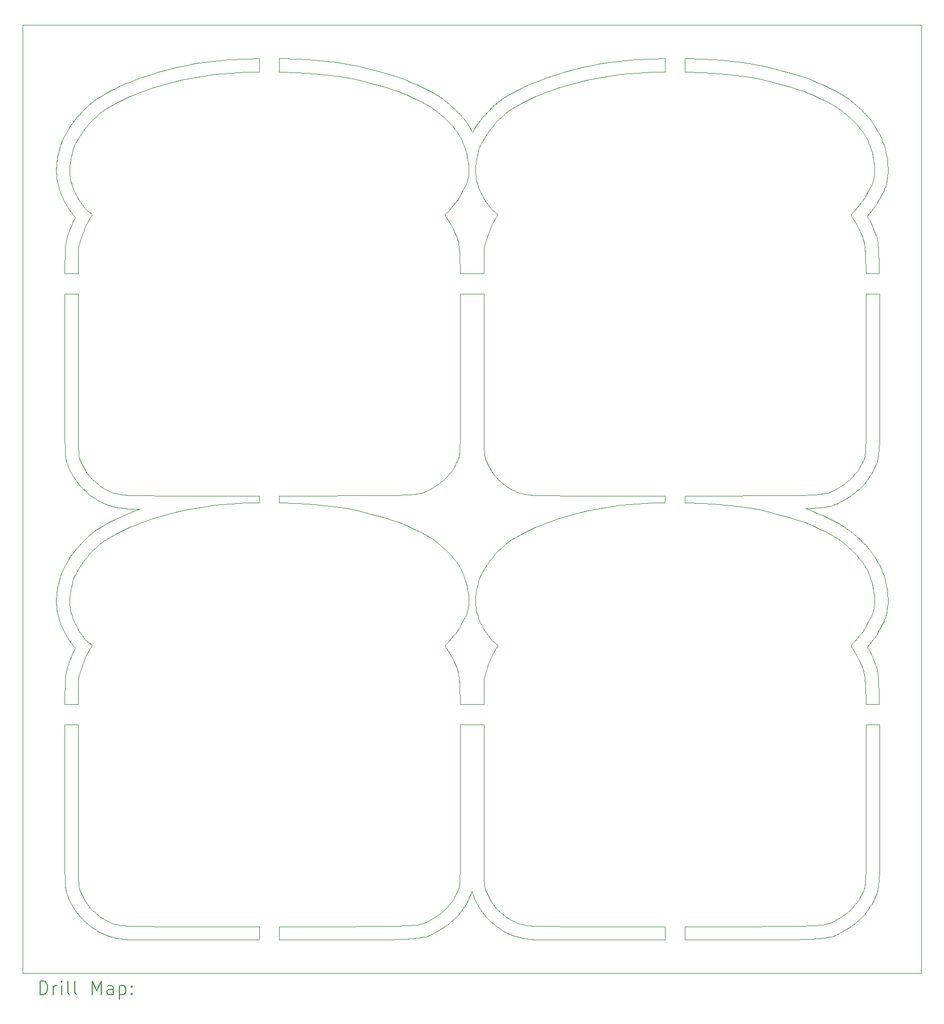
<source format=gbr>
%TF.GenerationSoftware,KiCad,Pcbnew,8.0.3*%
%TF.CreationDate,2024-07-17T13:05:51-05:00*%
%TF.ProjectId,LLTB_Panel,4c4c5442-5f50-4616-9e65-6c2e6b696361,rev?*%
%TF.SameCoordinates,Original*%
%TF.FileFunction,Drillmap*%
%TF.FilePolarity,Positive*%
%FSLAX45Y45*%
G04 Gerber Fmt 4.5, Leading zero omitted, Abs format (unit mm)*
G04 Created by KiCad (PCBNEW 8.0.3) date 2024-07-17 13:05:51*
%MOMM*%
%LPD*%
G01*
G04 APERTURE LIST*
%ADD10C,0.100000*%
%ADD11C,0.200000*%
G04 APERTURE END LIST*
D10*
X20853741Y-10761009D02*
X20856309Y-10749552D01*
X9020123Y-5127944D02*
X9004020Y-5174331D01*
X18035222Y-9043235D02*
X18747756Y-9042010D01*
X20705431Y-14954707D02*
X20710370Y-14942769D01*
X15352866Y-3320753D02*
X15319695Y-3348593D01*
X14498066Y-3178154D02*
X14527854Y-3203614D01*
X9366684Y-9168101D02*
X9336323Y-9155058D01*
X21023518Y-4443677D02*
X21017178Y-4459393D01*
X13915321Y-9026245D02*
X13956795Y-9023170D01*
X14448307Y-11284651D02*
X14448555Y-11282644D01*
X20910178Y-14976405D02*
X20903804Y-14996270D01*
X9042006Y-9712538D02*
X9079507Y-9676212D01*
X21003281Y-10934021D02*
X20995776Y-10949181D01*
X13113857Y-2613289D02*
X13260382Y-2646179D01*
X13073487Y-2809204D02*
X12936365Y-2783455D01*
X20917612Y-11699963D02*
X20921483Y-11728470D01*
X15230722Y-11289997D02*
X15226695Y-11298358D01*
X15074465Y-5174331D02*
X15061117Y-5218475D01*
X14532136Y-8686519D02*
X14549861Y-8661909D01*
X20517342Y-9844534D02*
X20492182Y-9820861D01*
X8645524Y-4344413D02*
X8636755Y-4294615D01*
X20888461Y-5133074D02*
X20895519Y-5155221D01*
X20740317Y-4554772D02*
X20745424Y-4543951D01*
X20518711Y-4842975D02*
X20518752Y-4840889D01*
X19889389Y-9251823D02*
X19950166Y-9276179D01*
X8637672Y-4050130D02*
X8641893Y-4017285D01*
X9171597Y-8800063D02*
X9199950Y-8828000D01*
X20725784Y-5334764D02*
X20722961Y-5309106D01*
X20653267Y-15054229D02*
X20668512Y-15027388D01*
X9428952Y-9190730D02*
X9397556Y-9180007D01*
X14654062Y-8451397D02*
X14656570Y-8438252D01*
X14714273Y-15219608D02*
X14692284Y-15250139D01*
X8831391Y-4128253D02*
X8830069Y-4155098D01*
X9442164Y-8982853D02*
X9465885Y-8992001D01*
X18035222Y-9093862D02*
X18035222Y-9093662D01*
X20658821Y-3557495D02*
X20636304Y-3529568D01*
X8844244Y-4017220D02*
X8839950Y-4045205D01*
X14932655Y-4382965D02*
X14946334Y-4423455D01*
X19938743Y-9028946D02*
X19985766Y-9026245D01*
X14549861Y-8661909D02*
X14566754Y-8636559D01*
X14660889Y-14852444D02*
X14662850Y-14835507D01*
X15232421Y-4833622D02*
X15233262Y-4835368D01*
X15050260Y-3663036D02*
X15027157Y-3700739D01*
X20291033Y-9435007D02*
X20342148Y-9463186D01*
X20466536Y-9797856D02*
X20440389Y-9775509D01*
X14126879Y-3167963D02*
X14069690Y-3138818D01*
X14090254Y-2926553D02*
X14158696Y-2959704D01*
X20737201Y-8352291D02*
X20741634Y-8195117D01*
X20453960Y-15525263D02*
X20351580Y-15584268D01*
X19046129Y-15485090D02*
X19298871Y-15484097D01*
X8716510Y-3732966D02*
X8736563Y-3688488D01*
X20123159Y-15657682D02*
X20085308Y-15662303D01*
X9146866Y-11260707D02*
X9153630Y-11267272D01*
X11464456Y-2506133D02*
X11664777Y-2501342D01*
X15533924Y-3201308D02*
X15474897Y-3236289D01*
X13947153Y-2861254D02*
X14018519Y-2893185D01*
X16526891Y-2631545D02*
X16631773Y-2607839D01*
X9620304Y-15472396D02*
X9649762Y-15475932D01*
X9229239Y-15298030D02*
X9259314Y-15322427D01*
X20840947Y-10804571D02*
X20844571Y-10793899D01*
X14882624Y-15062225D02*
X14865247Y-15017499D01*
X8935311Y-9829764D02*
X8969804Y-9789482D01*
X20868302Y-4099534D02*
X20863587Y-4052160D01*
X15560322Y-9000195D02*
X15584768Y-9007486D01*
X9119761Y-9921852D02*
X9089170Y-9957578D01*
X20158366Y-9208445D02*
X20123159Y-9213920D01*
X14343284Y-9753806D02*
X14316097Y-9732737D01*
X9137439Y-15481091D02*
X9099395Y-15450232D01*
X20896673Y-8571853D02*
X20888957Y-8590503D01*
X9346331Y-15379470D02*
X9370797Y-15392941D01*
X18053694Y-2501713D02*
X18315950Y-2511496D01*
X14408079Y-15262674D02*
X14430886Y-15242404D01*
X15101942Y-10031397D02*
X15075254Y-10069018D01*
X14152573Y-15637931D02*
X14121075Y-15645687D01*
X14914689Y-10460982D02*
X14910395Y-10488967D01*
X14901836Y-4128253D02*
X14900513Y-4155098D01*
X20330659Y-9151864D02*
X20307186Y-9163451D01*
X8666748Y-3887249D02*
X8674927Y-3855493D01*
X15286647Y-3378484D02*
X15253919Y-3410187D01*
X8634286Y-4082946D02*
X8637672Y-4050130D01*
X8935695Y-10181890D02*
X8916961Y-10218728D01*
X20935810Y-11951869D02*
X20938393Y-12056998D01*
X20744509Y-14302654D02*
X20744871Y-13237714D01*
X14649383Y-11729801D02*
X14645924Y-11708963D01*
X15169840Y-15450232D02*
X15133365Y-15417519D01*
X8867918Y-10351812D02*
X8861078Y-10378368D01*
X10456446Y-2631545D02*
X10561328Y-2607839D01*
X9728542Y-2854020D02*
X9809634Y-2822677D01*
X8693765Y-3793382D02*
X8704536Y-3763115D01*
X8870171Y-3469383D02*
X8902055Y-3427273D01*
X21570445Y-2000000D02*
X8129555Y-2000000D01*
X20602141Y-4984376D02*
X20589104Y-4961816D01*
X15027157Y-3700739D02*
X15006140Y-3738127D01*
X20242249Y-9636492D02*
X20197324Y-9611725D01*
X15352866Y-9764516D02*
X15319695Y-9792356D01*
X20378624Y-15336723D02*
X20404909Y-15319257D01*
X20640332Y-4693279D02*
X20671163Y-4655820D01*
X8911577Y-11320569D02*
X8883442Y-11288760D01*
X20690343Y-15336494D02*
X20664130Y-15363458D01*
X14478998Y-15461786D02*
X14447991Y-15483948D01*
X12486804Y-2728817D02*
X12234815Y-2711236D01*
X9366684Y-15611863D02*
X9336323Y-15598821D01*
X14152709Y-15425654D02*
X14168202Y-15418006D01*
X20501331Y-15242404D02*
X20523279Y-15221421D01*
X15164114Y-8708269D02*
X15188751Y-8739995D01*
X20731334Y-8408682D02*
X20733295Y-8391745D01*
X20820184Y-3861741D02*
X20803492Y-3814962D01*
X14600718Y-11099582D02*
X14627010Y-11066641D01*
X12648589Y-2744409D02*
X12486804Y-2728817D01*
X21067848Y-4085051D02*
X21070445Y-4141822D01*
X20903804Y-14996270D02*
X20896673Y-15015615D01*
X8666748Y-10331011D02*
X8674927Y-10299255D01*
X14647966Y-14919447D02*
X14651219Y-14907552D01*
X20712566Y-5246232D02*
X20708399Y-5228773D01*
X20739661Y-8836050D02*
X20715527Y-8864843D01*
X14766554Y-4371437D02*
X14770502Y-4360809D01*
X14665462Y-5514532D02*
X14662140Y-5430888D01*
X14585671Y-3256732D02*
X14613707Y-3284389D01*
X8693765Y-10237145D02*
X8704536Y-10206878D01*
X9162818Y-11279130D02*
X9163104Y-11280510D01*
X14450283Y-4852489D02*
X14448828Y-4847460D01*
X20850944Y-4328417D02*
X20853741Y-4317247D01*
X14633406Y-5212463D02*
X14628459Y-5196940D01*
X8759310Y-10087519D02*
X8784214Y-10043215D01*
X14014863Y-15662303D02*
X13973681Y-15666229D01*
X15075851Y-3306589D02*
X15112451Y-3268776D01*
X8831063Y-4230873D02*
X8834894Y-4266572D01*
X14850100Y-12465643D02*
X15026648Y-12465643D01*
X14669216Y-15279812D02*
X14645082Y-15308605D01*
X14714138Y-10212698D02*
X14693068Y-10167636D01*
X20737071Y-4562741D02*
X20740317Y-4554772D01*
X20613379Y-3502379D02*
X20590034Y-3475917D01*
X14615583Y-8550933D02*
X14622891Y-8536652D01*
X14674426Y-6793952D02*
X14672969Y-6275650D01*
X8780173Y-14971738D02*
X8767680Y-14921020D01*
X8969804Y-9789482D02*
X9005406Y-9750352D01*
X14900513Y-4155098D02*
X14900000Y-4181257D01*
X8812179Y-15062225D02*
X8794803Y-15017499D01*
X20803492Y-10258724D02*
X20784583Y-10212698D01*
X20063696Y-15463457D02*
X20095668Y-15459554D01*
X14900000Y-4181257D02*
X14900323Y-4206569D01*
X12503360Y-2529485D02*
X12670147Y-2545560D01*
X20733295Y-8391745D02*
X20737201Y-8352291D01*
X8954943Y-14476306D02*
X8956480Y-14644965D01*
X20913482Y-4661284D02*
X20900974Y-4682892D01*
X9290026Y-8900986D02*
X9321222Y-8921030D01*
X20928516Y-11068907D02*
X20927981Y-11071753D01*
X20627886Y-11476035D02*
X20615199Y-11451866D01*
X9592214Y-15468210D02*
X9620304Y-15472396D01*
X11664777Y-15487145D02*
X11664777Y-15687145D01*
X9183474Y-3410187D02*
X9151262Y-3443468D01*
X9005406Y-3306589D02*
X9042006Y-3268776D01*
X20761291Y-11303816D02*
X20776354Y-11329883D01*
X13755473Y-9033336D02*
X13815193Y-9031301D01*
X8961314Y-8403089D02*
X8962899Y-8426922D01*
X20805618Y-8744485D02*
X20784718Y-8775846D01*
X15253919Y-3410187D02*
X15221706Y-3443468D01*
X14281014Y-15353500D02*
X14308179Y-15336723D01*
X14448438Y-11288921D02*
X14448266Y-11286737D01*
X14998143Y-4544098D02*
X15018303Y-4582631D01*
X20932361Y-11865052D02*
X20935810Y-11951869D01*
X14849900Y-12465643D02*
X14850100Y-12465643D01*
X9196912Y-3134099D02*
X9236988Y-3105983D01*
X14850100Y-5721881D02*
X14849900Y-5721881D01*
X20743414Y-12719412D02*
X20742252Y-12465643D01*
X14979289Y-10948206D02*
X14998143Y-10987861D01*
X9959463Y-9424977D02*
X9879657Y-9453794D01*
X9590347Y-9577783D02*
X9525440Y-9610982D01*
X14182524Y-15628833D02*
X14152573Y-15637931D01*
X9882253Y-9240217D02*
X9742105Y-9239353D01*
X20566255Y-9893931D02*
X20542029Y-9868887D01*
X15082463Y-8574820D02*
X15100040Y-8608758D01*
X15214903Y-4874446D02*
X15200590Y-4895605D01*
X14369944Y-9775509D02*
X14343284Y-9753806D01*
X21053356Y-3969606D02*
X21062095Y-4027250D01*
X14911947Y-10747864D02*
X14921123Y-10786803D01*
X8933030Y-8827492D02*
X8904837Y-8787722D01*
X15812550Y-15683115D02*
X15771233Y-15680860D01*
X20873310Y-5092171D02*
X20881095Y-5112345D01*
X8964638Y-14884403D02*
X8972743Y-14917306D01*
X14987406Y-10218728D02*
X14971152Y-10254780D01*
X20170005Y-15445011D02*
X20189365Y-15439130D01*
X20584020Y-8710394D02*
X20602581Y-8686519D01*
X8947858Y-11026393D02*
X8969112Y-11063382D01*
X20900974Y-11126654D02*
X20889847Y-11143278D01*
X20684152Y-3284389D02*
X20711613Y-3312778D01*
X14580146Y-11522791D02*
X14569369Y-11499919D01*
X15035083Y-14884403D02*
X15043188Y-14917306D01*
X14220588Y-2991245D02*
X14271703Y-3019424D01*
X14628459Y-11640702D02*
X14623095Y-11625607D01*
X20834598Y-3909061D02*
X20820184Y-3861741D01*
X14774126Y-10793899D02*
X14777450Y-10783122D01*
X11664777Y-15687145D02*
X10457451Y-15687525D01*
X15465248Y-8961492D02*
X15488975Y-8972700D01*
X15307433Y-3105983D02*
X15370008Y-3065966D01*
X14792765Y-15087484D02*
X14773192Y-15124017D01*
X21010134Y-3798961D02*
X21027302Y-3855323D01*
X14383515Y-15525263D02*
X14281135Y-15584268D01*
X14665143Y-4568864D02*
X14665770Y-4565522D01*
X13229537Y-15684094D02*
X12976305Y-15685089D01*
X21017178Y-4459393D02*
X21010423Y-4474922D01*
X20579540Y-15438652D02*
X20549443Y-15461786D01*
X8797799Y-4722915D02*
X8772477Y-4678845D01*
X20519000Y-11282644D02*
X20520094Y-11278789D01*
X20858671Y-4293984D02*
X20860853Y-4281768D01*
X20590034Y-9919679D02*
X20566255Y-9893931D01*
X9649762Y-9032169D02*
X9680771Y-9035106D01*
X14903942Y-10544645D02*
X14901836Y-10572016D01*
X13213520Y-9284399D02*
X13073487Y-9252967D01*
X20637199Y-8636559D02*
X20653267Y-8610467D01*
X15799487Y-3070274D02*
X15728656Y-3101707D01*
X20935893Y-4611268D02*
X20929467Y-4623276D01*
X14589382Y-5100164D02*
X14580146Y-5079029D01*
X14919660Y-3989351D02*
X14914689Y-4017220D01*
X20518436Y-15483948D02*
X20486544Y-15505140D01*
X10042282Y-9397023D02*
X9959463Y-9424977D01*
X14972499Y-3427273D02*
X15005756Y-3386001D01*
X20606281Y-11177392D02*
X20640332Y-11137041D01*
X8756878Y-12165643D02*
X8757805Y-11754011D01*
X20880807Y-8608472D02*
X20872300Y-8625959D01*
X20828041Y-10836567D02*
X20832705Y-10825844D01*
X14025223Y-15459554D02*
X14053244Y-15455196D01*
X20005943Y-9518908D02*
X19937431Y-9488254D01*
X16527248Y-15687525D02*
X15812550Y-15683115D01*
X14494174Y-15177302D02*
X14513575Y-15154157D01*
X14053244Y-15455196D02*
X14077845Y-15450358D01*
X15662658Y-9024448D02*
X15690748Y-9028633D01*
X14025223Y-9015791D02*
X14053244Y-9011434D01*
X15189373Y-11237492D02*
X15199733Y-11245606D01*
X9299563Y-3065966D02*
X9364269Y-3027619D01*
X20440389Y-3331746D02*
X20413729Y-3310044D01*
X14052714Y-15657682D02*
X14014863Y-15662303D01*
X20742252Y-6021881D02*
X20942254Y-6021881D01*
X16832024Y-2570644D02*
X17050416Y-2541578D01*
X14669899Y-10123750D02*
X14644687Y-10081251D01*
X21044315Y-10823314D02*
X21039819Y-10839451D01*
X14790408Y-10725531D02*
X14796334Y-10681484D01*
X12796588Y-2762239D02*
X12648589Y-2744409D01*
X15270395Y-15271762D02*
X15299684Y-15298030D01*
X10128127Y-2926167D02*
X10042282Y-2953261D01*
X14752538Y-4403666D02*
X14757596Y-4392805D01*
X9177085Y-15509907D02*
X9137439Y-15481091D01*
X9160277Y-11289997D02*
X9156250Y-11298358D01*
X15108804Y-5080723D02*
X15090568Y-5127944D01*
X20930180Y-5382601D02*
X20932361Y-5421290D01*
X19143932Y-2809204D02*
X19006810Y-2783455D01*
X15154869Y-11210412D02*
X15166603Y-11220382D01*
X9004809Y-3625256D02*
X8979815Y-3663036D01*
X20863210Y-8643722D02*
X20843637Y-8680255D01*
X9306427Y-15584699D02*
X9276904Y-15569555D01*
X9119761Y-3478089D02*
X9089170Y-3513815D01*
X20223018Y-9194169D02*
X20191520Y-9201925D01*
X14925280Y-3961759D02*
X14919660Y-3989351D01*
X9160608Y-11275299D02*
X9161976Y-11277384D01*
X18315950Y-2511496D02*
X18573805Y-2529485D01*
X20834598Y-10352824D02*
X20820184Y-10305503D01*
X10561328Y-2607839D02*
X10657730Y-2588416D01*
X14651219Y-8463790D02*
X14654062Y-8451397D01*
X20253917Y-8965954D02*
X20351459Y-8909738D01*
X20650591Y-5079029D02*
X20639814Y-5056157D01*
X15035083Y-8440641D02*
X15043188Y-8473544D01*
X14628459Y-5196940D02*
X14623095Y-5181845D01*
X21070445Y-10591213D02*
X21069883Y-10644367D01*
X20917612Y-5256201D02*
X20921483Y-5284708D01*
X13761154Y-15677021D02*
X13617632Y-15680286D01*
X15170093Y-11391875D02*
X15149189Y-11433162D01*
X20664130Y-15363458D02*
X20636909Y-15389480D01*
X15233549Y-11280510D02*
X15233073Y-11283500D01*
X14766554Y-10815199D02*
X14770502Y-10804571D01*
X15200590Y-4895605D02*
X15190643Y-4911616D01*
X20544374Y-15199722D02*
X20564619Y-15177302D01*
X9315519Y-3295199D02*
X9282421Y-3320753D01*
X20936923Y-14808741D02*
X20932158Y-14856865D01*
X20738506Y-3341898D02*
X20764839Y-3371747D01*
X14762260Y-4382082D02*
X14766554Y-4371437D01*
X8758659Y-8329153D02*
X8756496Y-8203839D01*
X20863587Y-4052160D02*
X20856358Y-4004482D01*
X15043188Y-8473544D02*
X15053887Y-8507010D01*
X14671807Y-12465643D02*
X14849900Y-12465643D01*
X19831599Y-15677021D02*
X19688077Y-15680286D01*
X20729266Y-14867861D02*
X20731334Y-14852444D01*
X15128552Y-11477834D02*
X15108804Y-11524485D01*
X9249250Y-3348593D02*
X9216203Y-3378484D01*
X15418792Y-3272168D02*
X15385964Y-3295199D01*
X20715527Y-8864843D02*
X20690343Y-8892732D01*
X14288371Y-9712290D02*
X14260092Y-9692454D01*
X20843637Y-15124017D02*
X20825424Y-15156083D01*
X15319695Y-9792356D02*
X15286647Y-9822246D01*
X20714671Y-14931101D02*
X20718411Y-14919447D01*
X17050416Y-2541578D02*
X17286407Y-2520024D01*
X8829878Y-4206569D02*
X8831063Y-4230873D01*
X14617493Y-10040349D02*
X14588376Y-10001258D01*
X8831063Y-10674635D02*
X8834894Y-10710335D01*
X17542875Y-2706000D02*
X17301089Y-2719515D01*
X14518659Y-4961816D02*
X14506034Y-4941149D01*
X9093669Y-8708269D02*
X9118306Y-8739995D01*
X20805910Y-11384867D02*
X20819762Y-11412605D01*
X20223018Y-15637931D02*
X20191520Y-15645687D01*
X15039556Y-11063382D02*
X15061694Y-11098406D01*
X20846676Y-10400475D02*
X20834598Y-10352824D01*
X14416099Y-15505140D02*
X14383515Y-15525263D01*
X20501331Y-8798642D02*
X20523279Y-8777659D01*
X14901836Y-10572016D02*
X14900513Y-10598861D01*
X14359873Y-15301096D02*
X14384409Y-15282237D01*
X13935498Y-9518908D02*
X13866986Y-9488254D01*
X20027240Y-9023170D02*
X20063696Y-9019694D01*
X20636304Y-9973331D02*
X20613379Y-9946142D01*
X20721664Y-8463790D02*
X20724507Y-8451397D01*
X9216203Y-9822246D02*
X9183474Y-9853950D01*
X17735222Y-9093862D02*
X17735222Y-9145162D01*
X20872300Y-8625959D02*
X20863210Y-8643722D01*
X11964777Y-15686997D02*
X11964777Y-15486997D01*
X19839652Y-9234225D02*
X19889389Y-9251823D01*
X20856309Y-4305790D02*
X20858671Y-4293984D01*
X14641168Y-3312778D02*
X14668061Y-3341898D01*
X20832705Y-10825844D02*
X20836999Y-10815199D01*
X14790408Y-4281768D02*
X14796334Y-4237722D01*
X16764802Y-2785056D02*
X16673576Y-2803435D01*
X13524580Y-9368903D02*
X13362029Y-9322661D01*
X15233549Y-4836748D02*
X15233073Y-4839738D01*
X14900000Y-10625019D02*
X14900323Y-10650331D01*
X16112727Y-9397023D02*
X16029907Y-9424977D01*
X13868298Y-15472709D02*
X13915321Y-15470007D01*
X15963957Y-2792389D02*
X16050642Y-2763131D01*
X20752166Y-4530710D02*
X20760316Y-4515482D01*
X9144333Y-15214423D02*
X9171597Y-15243826D01*
X9501801Y-9398430D02*
X9574642Y-9363746D01*
X20846676Y-3956712D02*
X20834598Y-3909061D01*
X14566464Y-15389480D02*
X14538259Y-15414549D01*
X20671163Y-11099582D02*
X20697455Y-11066641D01*
X14633406Y-11656225D02*
X14628459Y-11640702D01*
X14099560Y-15445011D02*
X14118920Y-15439130D01*
X14077845Y-9006596D02*
X14099560Y-9001249D01*
X15026648Y-6021881D02*
X15024769Y-6856043D01*
X8935695Y-3738127D02*
X8916961Y-3774966D01*
X9628412Y-15674804D02*
X9593643Y-15670631D01*
X20826540Y-4781756D02*
X20793974Y-4821325D01*
X14647445Y-4596081D02*
X14655053Y-4585495D01*
X20627499Y-3229806D02*
X20656116Y-3256732D01*
X20819762Y-11412605D02*
X20832720Y-11440105D01*
X19885638Y-15475063D02*
X19938743Y-15472709D01*
X9259314Y-8878665D02*
X9290026Y-8900986D01*
X16029907Y-2981215D02*
X15950102Y-3010032D01*
X14910395Y-4045205D02*
X14906804Y-4073146D01*
X15370008Y-3065966D02*
X15434714Y-3027619D01*
X9742105Y-15683115D02*
X9700789Y-15680860D01*
X14565859Y-3529568D02*
X14542934Y-3502379D01*
X10457420Y-15487525D02*
X11664777Y-15487145D01*
X14639925Y-8499007D02*
X14644226Y-8487339D01*
X10069709Y-2734879D02*
X10162070Y-2707613D01*
X20519000Y-4838882D02*
X20520094Y-4835027D01*
X15347349Y-15569555D02*
X15318062Y-15553430D01*
X14945772Y-3882252D02*
X14938363Y-3908049D01*
X14471584Y-9868887D02*
X14446897Y-9844534D01*
X8902055Y-9871036D02*
X8935311Y-9829764D01*
X15609851Y-15457687D02*
X15635753Y-15463324D01*
X20351580Y-15584268D02*
X20330659Y-15595626D01*
X12486804Y-9172579D02*
X12234815Y-9154999D01*
X16572433Y-2826297D02*
X16474372Y-2849997D01*
X14623095Y-5181845D02*
X14617295Y-5166817D01*
X14709493Y-10924549D02*
X14734765Y-10881453D01*
X20698904Y-5196940D02*
X20693540Y-5181845D01*
X8763736Y-8446153D02*
X8761542Y-8413158D01*
X20732585Y-5430888D02*
X20730578Y-5395295D01*
X20518883Y-4845159D02*
X20518711Y-4842975D01*
X20386542Y-3288975D02*
X20358816Y-3268528D01*
X13973681Y-15666229D02*
X13928452Y-15669583D01*
X20542029Y-3425124D02*
X20517342Y-3400771D01*
X21003281Y-4490259D02*
X20995776Y-4505419D01*
X15188751Y-15183757D02*
X15214778Y-15214423D01*
X14754979Y-15156083D02*
X14735173Y-15188247D01*
X9004809Y-10069018D02*
X8979815Y-10106798D01*
X15406768Y-15598821D02*
X15376872Y-15584699D01*
X14925280Y-10405522D02*
X14919660Y-10433114D01*
X15053887Y-14950772D02*
X15067029Y-14984599D01*
X14527854Y-3203614D02*
X14557054Y-3229806D01*
X14953724Y-10301136D02*
X14945772Y-10326014D01*
X9120198Y-11355379D02*
X9099648Y-11391875D01*
X14260214Y-15595626D02*
X14236741Y-15607213D01*
X15233262Y-4835368D02*
X15233549Y-4836748D01*
X8683919Y-10267948D02*
X8693765Y-10237145D01*
X8641893Y-10461048D02*
X8646926Y-10428252D01*
X15434714Y-3027619D02*
X15502124Y-2990534D01*
X19484794Y-2685848D02*
X19651474Y-2733264D01*
X20727015Y-8438252D02*
X20729266Y-8424099D01*
X14619898Y-15336494D02*
X14593685Y-15363458D01*
X9117839Y-9641542D02*
X9156970Y-9608700D01*
X14665143Y-11012627D02*
X14665770Y-11009284D01*
X14519589Y-3475917D02*
X14495810Y-3450169D01*
X8954324Y-13299805D02*
X8953555Y-13992752D01*
X13928452Y-15669583D02*
X13878464Y-15672454D01*
X14799512Y-4192526D02*
X14800000Y-4146393D01*
X15286647Y-9822246D02*
X15253919Y-9853950D01*
X20790621Y-9846087D02*
X20816924Y-9878709D01*
X8636755Y-10738378D02*
X8631584Y-10690189D01*
X16862095Y-9212167D02*
X16764802Y-9228818D01*
X14629333Y-14967170D02*
X14634986Y-14954707D01*
X20570330Y-11219008D02*
X20606281Y-11177392D01*
X14634986Y-14954707D02*
X14639925Y-14942769D01*
X15214778Y-15214423D02*
X15242042Y-15243826D01*
X15499397Y-15634492D02*
X15468001Y-15623769D01*
X8726589Y-4586893D02*
X8706211Y-4539466D01*
X20725784Y-11778527D02*
X20722961Y-11752868D01*
X8963009Y-8866097D02*
X8933030Y-8827492D01*
X8763736Y-14889915D02*
X8761542Y-14856920D01*
X10403928Y-9293759D02*
X10308938Y-9318301D01*
X15596609Y-15659487D02*
X15563707Y-15652326D01*
X20928516Y-4625144D02*
X20927981Y-4627990D01*
X14448828Y-4847460D02*
X14448438Y-4845159D01*
X14971152Y-3811018D02*
X14962193Y-3833576D01*
X9029595Y-15052520D02*
X9049162Y-15086210D01*
X20902061Y-11622446D02*
X20907946Y-11647104D01*
X20927167Y-8453100D02*
X20924049Y-8472710D01*
X9062921Y-8973757D02*
X9028011Y-8939359D01*
X21058494Y-4312696D02*
X21055191Y-4331190D01*
X20358816Y-9712290D02*
X20330537Y-9692454D01*
X14451505Y-4831256D02*
X14452704Y-4829353D01*
X15108804Y-11524485D02*
X15090568Y-11571706D01*
X20659827Y-5100164D02*
X20650591Y-5079029D01*
X20843637Y-8680255D02*
X20825424Y-8712321D01*
X15024769Y-6856043D02*
X15024000Y-7548990D01*
X8757805Y-5310249D02*
X8798539Y-5162883D01*
X9565309Y-15463324D02*
X9592214Y-15468210D01*
X20526063Y-11269182D02*
X20529627Y-11264949D01*
X9014059Y-4687280D02*
X9037332Y-4717108D01*
X15084504Y-4687280D02*
X15107777Y-4717108D01*
X9501801Y-2954668D02*
X9574642Y-2919984D01*
X15771233Y-15680860D02*
X15734509Y-15678181D01*
X9282421Y-3320753D02*
X9249250Y-3348593D01*
X16140154Y-2734879D02*
X16232514Y-2707613D01*
X14948974Y-15190639D02*
X14924667Y-15148790D01*
X13755473Y-15477098D02*
X13815193Y-15475063D01*
X9029595Y-8608758D02*
X9049162Y-8642447D01*
X19595025Y-9368903D02*
X19432474Y-9322661D01*
X20856358Y-4004482D02*
X20846676Y-3956712D01*
X16673576Y-9247197D02*
X16572433Y-9270059D01*
X8841503Y-4304102D02*
X8850678Y-4343040D01*
X21067848Y-10528813D02*
X21070445Y-10585584D01*
X15690748Y-9028633D02*
X15720207Y-9032169D01*
X21029416Y-4427794D02*
X21023518Y-4443677D01*
X8634286Y-10526708D02*
X8637672Y-10493893D01*
X14850100Y-12165643D02*
X14849900Y-12165643D01*
X14720176Y-3402324D02*
X14746479Y-3434947D01*
X9700789Y-15680860D02*
X9664064Y-15678181D01*
X18740592Y-2545560D02*
X18894006Y-2564043D01*
X9394803Y-8961492D02*
X9418531Y-8972700D01*
X20938393Y-12056998D02*
X20940021Y-12165643D01*
X8687725Y-10935123D02*
X8671303Y-10886514D01*
X9031497Y-10031397D02*
X9004809Y-10069018D01*
X9107823Y-11229282D02*
X9118928Y-11237492D01*
X20223154Y-15425654D02*
X20238647Y-15418006D01*
X20725498Y-4585495D02*
X20731147Y-4577056D01*
X8979815Y-10106798D02*
X8956712Y-10144501D01*
X15164114Y-15152031D02*
X15188751Y-15183757D01*
X12234815Y-2711236D02*
X11978860Y-2701688D01*
X20930180Y-11826363D02*
X20932361Y-11865052D01*
X15024000Y-7548990D02*
X15025387Y-8032544D01*
X19818806Y-2995237D02*
X19777183Y-2980510D01*
X14672969Y-6275650D02*
X14671807Y-6021881D01*
X8878529Y-15190639D02*
X8854222Y-15148790D01*
X16572433Y-9270059D02*
X16474372Y-9293759D01*
X14566754Y-8636559D02*
X14582822Y-8610467D01*
X20920269Y-8492518D02*
X20915673Y-8512551D01*
X8875327Y-10326014D02*
X8867918Y-10351812D01*
X20907946Y-5203342D02*
X20913122Y-5229152D01*
X13414349Y-2685848D02*
X13581029Y-2733264D01*
X20686028Y-14994695D02*
X20693336Y-14980414D01*
X15082463Y-15018582D02*
X15100040Y-15052520D01*
X14448555Y-11282644D02*
X14449649Y-11278789D01*
X20475610Y-9549918D02*
X20507167Y-9573190D01*
X18894006Y-2564043D02*
X19040282Y-2586245D01*
X16287453Y-2899927D02*
X16198571Y-2926167D01*
X10603131Y-9247197D02*
X10501988Y-9270059D01*
X20027240Y-15466932D02*
X20063696Y-15463457D01*
X9078744Y-4989400D02*
X9058107Y-5034072D01*
X14452679Y-11301980D02*
X14450283Y-11296251D01*
X20191520Y-15645687D02*
X20158366Y-15652207D01*
X14369944Y-3331746D02*
X14343284Y-3310044D01*
X20613379Y-9946142D02*
X20590034Y-9919679D01*
X14946334Y-10867218D02*
X14961949Y-10907851D01*
X15006140Y-3738127D02*
X14987406Y-3774966D01*
X20538134Y-9597188D02*
X20568511Y-9621917D01*
X9418531Y-15416462D02*
X9442164Y-15426615D01*
X9156250Y-11298358D02*
X9152793Y-11304664D01*
X11964777Y-9093662D02*
X11964777Y-9043235D01*
X14671807Y-6021881D02*
X14849900Y-6021881D01*
X12648589Y-9188171D02*
X12486804Y-9172579D01*
X19688077Y-15680286D02*
X19512259Y-15682568D01*
X9153630Y-11267272D02*
X9158742Y-11272902D01*
X8754325Y-13299469D02*
X8756203Y-12465643D01*
X8784214Y-3599453D02*
X8811099Y-3555580D01*
X14644687Y-10081251D02*
X14617493Y-10040349D01*
X10457420Y-9043762D02*
X11664777Y-9043383D01*
X9216203Y-3378484D02*
X9183474Y-3410187D01*
X8957744Y-5337603D02*
X8956879Y-5721881D01*
X20987929Y-10964198D02*
X20979202Y-10980121D01*
X15299684Y-8854268D02*
X15329759Y-8878665D01*
X8636755Y-4294615D02*
X8631584Y-4246427D01*
X20895519Y-5155221D02*
X20902061Y-5178683D01*
X14854083Y-3600477D02*
X14854659Y-3599453D01*
X20924817Y-11758765D02*
X20927693Y-11791250D01*
X16287453Y-9343690D02*
X16198571Y-9369929D01*
X15232496Y-11285421D02*
X15230722Y-11289997D01*
X14655053Y-4585495D02*
X14660702Y-4577056D01*
X15418792Y-9715931D02*
X15385964Y-9738962D01*
X20160699Y-2926553D02*
X20229141Y-2959704D01*
X18748100Y-15685772D02*
X18035222Y-15686997D01*
X14660133Y-5395295D02*
X14657873Y-5363374D01*
X11664777Y-2701399D02*
X11472430Y-2706000D01*
X19825918Y-15477098D02*
X19885638Y-15475063D01*
X14582822Y-15054229D02*
X14598067Y-15027388D01*
X9299563Y-9509728D02*
X9364269Y-9471382D01*
X20734673Y-4570965D02*
X20735588Y-4568864D01*
X14652516Y-5309106D02*
X14649383Y-5286038D01*
X19510243Y-15482577D02*
X19684505Y-15480316D01*
X9748174Y-9039386D02*
X10457420Y-9043762D01*
X14849900Y-6021881D02*
X14850100Y-6021881D01*
X15233262Y-11279130D02*
X15233549Y-11280510D01*
X20856309Y-10749552D02*
X20858671Y-10737746D01*
X8849215Y-3989351D02*
X8844244Y-4017220D01*
X20699778Y-8523408D02*
X20705431Y-8510945D01*
X20779938Y-4480787D02*
X20805210Y-4437691D01*
X14924667Y-15148790D02*
X14902496Y-15105981D01*
X14655339Y-11778527D02*
X14652516Y-11752868D01*
X9138676Y-4809652D02*
X9146866Y-4816944D01*
X9070571Y-15119447D02*
X9093669Y-15152031D01*
X20005943Y-3075145D02*
X19937431Y-3044492D01*
X15299684Y-15298030D02*
X15329759Y-15322427D01*
X9038359Y-11524485D02*
X9020123Y-11571706D01*
X9058107Y-5034072D02*
X9038359Y-5080723D01*
X14452704Y-11273116D02*
X14455618Y-11269182D01*
X10694357Y-9228818D02*
X10603131Y-9247197D01*
X20740344Y-10123750D02*
X20715132Y-10081251D01*
X20301692Y-9673217D02*
X20272267Y-9654566D01*
X19046750Y-15685089D02*
X18748100Y-15685772D01*
X14747063Y-10858489D02*
X14752538Y-10847428D01*
X20521950Y-4831256D02*
X20523149Y-4829353D01*
X14734765Y-10881453D02*
X14741146Y-10869811D01*
X20533512Y-4876605D02*
X20528574Y-4868457D01*
X16425862Y-2655963D02*
X16526891Y-2631545D01*
X9493262Y-15652326D02*
X9460859Y-15644009D01*
X14004481Y-3107233D02*
X13935498Y-3075145D01*
X15660792Y-3134021D02*
X15595885Y-3167220D01*
X20528574Y-11312219D02*
X20524687Y-11305154D01*
X17735222Y-2701399D02*
X17542875Y-2706000D01*
X16764802Y-9228818D02*
X16673576Y-9247197D01*
X20836999Y-4371437D02*
X20840947Y-4360809D01*
X15190643Y-11355379D02*
X15170093Y-11391875D01*
X14099560Y-9001249D02*
X14118920Y-8995367D01*
X20598299Y-3203614D02*
X20627499Y-3229806D01*
X14693068Y-3723874D02*
X14669899Y-3679988D01*
X14655053Y-11029258D02*
X14660702Y-11020818D01*
X20044126Y-9222467D02*
X19998897Y-9225820D01*
X9120198Y-4911616D02*
X9099648Y-4948113D01*
X20943764Y-4597113D02*
X20935893Y-4611268D01*
X16527865Y-15487525D02*
X17735222Y-15487145D01*
X20863210Y-15087484D02*
X20843637Y-15124017D01*
X14662140Y-5430888D02*
X14660133Y-5395295D01*
X9539406Y-9013925D02*
X9565309Y-9019562D01*
X8861078Y-3934605D02*
X8854835Y-3961759D01*
X8671303Y-4442751D02*
X8657152Y-4393759D01*
X18867033Y-9206001D02*
X18719034Y-9188171D01*
X13362029Y-2878899D02*
X13213520Y-2840636D01*
X8813752Y-5112569D02*
X8832312Y-5059103D01*
X18305260Y-2711236D02*
X18049305Y-2701688D01*
X14421737Y-9820861D02*
X14396091Y-9797856D01*
X14671189Y-14638880D02*
X14674064Y-14302654D01*
X20866779Y-10681484D02*
X20869957Y-10636289D01*
X20847895Y-10783122D02*
X20850944Y-10772179D01*
X9729043Y-3070274D02*
X9658211Y-3101707D01*
X20088964Y-9336947D02*
X20160699Y-9370315D01*
X15720207Y-15475932D02*
X15751216Y-15478869D01*
X9236988Y-9549746D02*
X9299563Y-9509728D01*
X20358816Y-3268528D02*
X20330537Y-3248692D01*
X14446897Y-9844534D02*
X14421737Y-9820861D01*
X15229187Y-4829139D02*
X15231053Y-4831537D01*
X13878464Y-15672454D02*
X13823028Y-15674912D01*
X20873310Y-11535933D02*
X20881095Y-11556107D01*
X19283965Y-2840636D02*
X19143932Y-2809204D01*
X20967771Y-10132295D02*
X20990278Y-10187076D01*
X8898689Y-4902263D02*
X8911577Y-4876806D01*
X15159614Y-9957578D02*
X15130127Y-9994172D01*
X15090568Y-5127944D02*
X15074465Y-5174331D01*
X9465885Y-15435763D02*
X9489877Y-15443957D01*
X14797857Y-4099534D02*
X14793142Y-4052160D01*
X20229141Y-2959704D02*
X20291033Y-2991245D01*
X8954943Y-8032544D02*
X8956480Y-8201202D01*
X19950166Y-9276179D02*
X20017598Y-9305017D01*
X21023518Y-10887439D02*
X21017178Y-10903156D01*
X20805910Y-4941105D02*
X20819762Y-4968843D01*
X20708399Y-5228773D02*
X20703851Y-5212463D01*
X15100040Y-8608758D02*
X15119607Y-8642447D01*
X15028189Y-5337603D02*
X15027324Y-5721881D01*
X15728656Y-9545469D02*
X15660792Y-9577783D01*
X20825424Y-8712321D02*
X20805618Y-8744485D01*
X20927167Y-14896862D02*
X20924049Y-14916472D01*
X20889847Y-4699515D02*
X20878642Y-4715105D01*
X19595025Y-2925141D02*
X19432474Y-2878899D01*
X20589104Y-4961816D02*
X20576479Y-4941149D01*
X15214778Y-8770661D02*
X15242042Y-8800063D01*
X14463067Y-4876605D02*
X14458129Y-4868457D01*
X20739661Y-15279812D02*
X20715527Y-15308605D01*
X20832720Y-4996343D02*
X20843708Y-5021486D01*
X9138676Y-11253415D02*
X9146866Y-11260707D01*
X20539544Y-4885990D02*
X20533512Y-4876605D01*
X19651474Y-2733264D02*
X19839652Y-2790463D01*
X14452679Y-4858218D02*
X14450283Y-4852489D01*
X21069883Y-4200605D02*
X21065841Y-4258091D01*
X14384409Y-15282237D02*
X14408079Y-15262674D01*
X20693336Y-14980414D02*
X20699778Y-14967170D01*
X9129288Y-4801844D02*
X9138676Y-4809652D01*
X9442164Y-15426615D02*
X9465885Y-15435763D01*
X8641893Y-4017285D02*
X8646926Y-3984489D01*
X20085308Y-9218541D02*
X20044126Y-9222467D01*
X9526164Y-15659487D02*
X9493262Y-15652326D01*
X8916961Y-10218728D02*
X8900707Y-10254780D01*
X19184302Y-2613289D02*
X19330827Y-2646179D01*
X11978860Y-2701688D02*
X11964777Y-2701595D01*
X20927693Y-11791250D02*
X20930180Y-11826363D01*
X11002269Y-2740374D02*
X10791650Y-2768405D01*
X20819762Y-4968843D02*
X20832720Y-4996343D01*
X20712566Y-11689995D02*
X20708399Y-11672535D01*
X16474372Y-2849997D02*
X16379383Y-2874539D01*
X8767680Y-14921020D02*
X8763736Y-14889915D01*
X20735907Y-11958294D02*
X20732585Y-11874650D01*
X8757805Y-11754011D02*
X8798539Y-11606645D01*
X20944509Y-14303543D02*
X20941610Y-14642554D01*
X14582822Y-8610467D02*
X14598067Y-8583626D01*
X14538259Y-15414549D02*
X14509095Y-15438652D01*
X9620304Y-9028633D02*
X9649762Y-9032169D01*
X9183474Y-9853950D02*
X9151262Y-9887230D01*
X8756878Y-5721881D02*
X8757805Y-5310249D01*
X8836359Y-10516908D02*
X8833497Y-10544645D01*
X14674064Y-14302654D02*
X14674426Y-13237714D01*
X20735588Y-4568864D02*
X20736215Y-4565522D01*
X20745424Y-10987713D02*
X20752166Y-10974473D01*
X9060857Y-4743705D02*
X9084425Y-4766649D01*
X20952912Y-11024953D02*
X20943764Y-11040876D01*
X9680771Y-15478869D02*
X9713514Y-15481257D01*
X8736563Y-10132251D02*
X8759310Y-10087519D01*
X21570445Y-16187525D02*
X21570445Y-2000000D01*
X15027324Y-12165643D02*
X14850100Y-12165643D01*
X20900974Y-4682892D02*
X20889847Y-4699515D01*
X20921483Y-5284708D02*
X20924817Y-5315003D01*
X14900323Y-10650331D02*
X14901508Y-10674635D01*
X14666756Y-14796053D02*
X14671189Y-14638880D01*
X15232421Y-11277384D02*
X15233262Y-11279130D01*
X14499885Y-4775246D02*
X14535836Y-4733630D01*
X9590347Y-3134021D02*
X9525440Y-3167220D01*
X8129555Y-2000000D02*
X8129555Y-16187525D01*
X14669872Y-10998534D02*
X14674979Y-10987713D01*
X20728318Y-11807136D02*
X20725784Y-11778527D01*
X20708399Y-11672535D02*
X20703851Y-11656225D01*
X20738429Y-12060953D02*
X20735907Y-11958294D01*
X8875889Y-4423455D02*
X8891504Y-4464089D01*
X20943764Y-11040876D02*
X20935893Y-11055030D01*
X9148831Y-4867580D02*
X9144458Y-4874446D01*
X20533512Y-11320367D02*
X20528574Y-11312219D01*
X20935810Y-5508106D02*
X20938393Y-5613235D01*
X13935498Y-3075145D02*
X13866986Y-3044492D01*
X9216655Y-15535331D02*
X9177085Y-15509907D01*
X20486544Y-9061378D02*
X20453960Y-9081501D01*
X15067029Y-8540837D02*
X15082463Y-8574820D01*
X11964777Y-15486997D02*
X12677311Y-15485772D01*
X14658821Y-8424099D02*
X14660889Y-8408682D01*
X9493262Y-9208564D02*
X9460859Y-9200246D01*
X14833359Y-14996270D02*
X14826228Y-15015615D01*
X20342148Y-3019424D02*
X20377399Y-3040650D01*
X21058494Y-10756458D02*
X21055191Y-10774952D01*
X8956480Y-14644965D02*
X8958599Y-14767759D01*
X8645524Y-10788176D02*
X8636755Y-10738378D01*
X15188284Y-3197779D02*
X15227414Y-3164938D01*
X14660702Y-4577056D02*
X14664228Y-4570965D01*
X8629555Y-4179295D02*
X8630165Y-4148213D01*
X20620306Y-15105671D02*
X20637199Y-15080322D01*
X8834894Y-4266572D02*
X8841503Y-4304102D01*
X20523124Y-11301980D02*
X20520728Y-11296251D01*
X20731334Y-14852444D02*
X20733295Y-14835507D01*
X20728318Y-5363374D02*
X20725784Y-5334764D01*
X20584020Y-15154157D02*
X20602581Y-15130281D01*
X20913122Y-5229152D02*
X20917612Y-5256201D01*
X8916961Y-3774966D02*
X8900707Y-3811018D01*
X14448828Y-11291222D02*
X14448438Y-11288921D01*
X20724507Y-14895159D02*
X20727015Y-14882014D01*
X20640332Y-11137041D02*
X20671163Y-11099582D01*
X9096158Y-4776620D02*
X9107823Y-4785520D01*
X20589104Y-11405578D02*
X20576479Y-11384911D01*
X10603131Y-2803435D02*
X10501988Y-2826297D01*
X20687938Y-3596587D02*
X20658821Y-3557495D01*
X8798539Y-11606645D02*
X8813752Y-11556331D01*
X8850678Y-4343040D02*
X8862211Y-4382965D01*
X9336323Y-15598821D02*
X9306427Y-15584699D01*
X15751216Y-15478869D02*
X15783959Y-15481257D01*
X15230722Y-4846235D02*
X15226695Y-4854596D01*
X20529627Y-4821187D02*
X20570330Y-4775246D01*
X14569369Y-11499919D02*
X14557441Y-11476035D01*
X8830069Y-4155098D02*
X8829555Y-4181257D01*
X20740344Y-3679988D02*
X20715132Y-3637488D01*
X18719034Y-2744409D02*
X18557249Y-2728817D01*
X9489877Y-9000195D02*
X9514323Y-9007486D01*
X20729266Y-8424099D02*
X20731334Y-8408682D01*
X20734673Y-11014727D02*
X20735588Y-11012627D01*
X20518752Y-11284651D02*
X20519000Y-11282644D01*
X8969804Y-3345720D02*
X9005406Y-3306589D01*
X20602581Y-8686519D02*
X20620306Y-8661909D01*
X15188751Y-8739995D02*
X15214778Y-8770661D01*
X15031759Y-14846851D02*
X15033344Y-14870685D01*
X20888957Y-15034265D02*
X20880807Y-15052234D01*
X20932158Y-8413103D02*
X20929798Y-8433481D01*
X9216655Y-9091569D02*
X9177085Y-9066144D01*
X20608704Y-15414549D02*
X20579540Y-15438652D01*
X14900513Y-10598861D02*
X14900000Y-10625019D01*
X8829555Y-4181257D02*
X8829878Y-4206569D01*
X20242249Y-3192729D02*
X20197324Y-3167963D01*
X14118920Y-8995367D02*
X14136459Y-8988924D01*
X20523279Y-15221421D02*
X20544374Y-15199722D01*
X20990278Y-3743313D02*
X21010134Y-3798961D01*
X20744509Y-7858892D02*
X20744871Y-6793952D01*
X8631769Y-4115659D02*
X8634286Y-4082946D01*
X14699204Y-10942459D02*
X14709493Y-10924549D01*
X8652751Y-10395590D02*
X8659359Y-10363149D01*
X13868298Y-9028946D02*
X13915321Y-9026245D01*
X20924049Y-8472710D02*
X20920269Y-8492518D01*
X14674064Y-7858892D02*
X14674426Y-6793952D01*
X8629555Y-10623057D02*
X8630165Y-10591975D01*
X15231053Y-11275299D02*
X15232421Y-11277384D01*
X9137439Y-9037329D02*
X9099395Y-9006470D01*
X20763513Y-10167636D02*
X20740344Y-10123750D01*
X14962193Y-3833576D02*
X14953724Y-3857374D01*
X14459182Y-4821187D02*
X14499885Y-4775246D01*
X17301089Y-2719515D02*
X17072714Y-2740374D01*
X20519273Y-11291222D02*
X20518883Y-11288921D01*
X14971152Y-10254780D02*
X14962193Y-10277338D01*
X8631584Y-4246427D02*
X8629940Y-4212717D01*
X8994692Y-15347189D02*
X8963009Y-15309859D01*
X14801855Y-15069721D02*
X14792765Y-15087484D01*
X9742105Y-9239353D02*
X9700789Y-9237098D01*
X15024000Y-13992752D02*
X15025387Y-14476306D01*
X20523124Y-4858218D02*
X20520728Y-4852489D01*
X20869957Y-4192526D02*
X20870445Y-4146393D01*
X14793142Y-10495923D02*
X14785913Y-10448245D01*
X14693068Y-10167636D02*
X14669899Y-10123750D01*
X20453960Y-9081501D02*
X20351580Y-9140505D01*
X9649762Y-15475932D02*
X9680771Y-15478869D01*
X13803192Y-9460972D02*
X13748361Y-9438999D01*
X20710370Y-8499007D02*
X20714671Y-8487339D01*
X21027302Y-10299086D02*
X21041731Y-10356014D01*
X14260092Y-3248692D02*
X14231247Y-3229454D01*
X15502124Y-2990534D02*
X15572245Y-2954668D01*
X20816924Y-3434947D02*
X20851527Y-3481403D01*
X15219276Y-4867580D02*
X15214903Y-4874446D01*
X15028189Y-11781365D02*
X15027324Y-12165643D01*
X14931523Y-10378368D02*
X14925280Y-10405522D01*
X20189365Y-8995367D02*
X20206904Y-8988924D01*
X13213520Y-2840636D02*
X13073487Y-2809204D01*
X8832312Y-5059103D02*
X8852938Y-5005695D01*
X9014059Y-11131043D02*
X9037332Y-11160870D01*
X20884524Y-9974795D02*
X20914889Y-10025982D01*
X8761542Y-14856920D02*
X8758659Y-14772915D01*
X20803492Y-3814962D02*
X20784583Y-3768936D01*
X20627499Y-9673569D02*
X20656116Y-9700494D01*
X15112451Y-3268776D02*
X15149952Y-3232449D01*
X14544754Y-5008104D02*
X14531696Y-4984376D01*
X20764839Y-3371747D02*
X20790621Y-3402324D01*
X9525440Y-9610982D02*
X9463479Y-9645070D01*
X20711613Y-3312778D02*
X20738506Y-3341898D01*
X8958599Y-8323997D02*
X8961314Y-8403089D01*
X17542875Y-9149762D02*
X17301089Y-9163277D01*
X21034854Y-10855545D02*
X21029416Y-10871557D01*
X20697455Y-4622878D02*
X20717890Y-4596081D01*
X8716510Y-10176728D02*
X8736563Y-10132251D01*
X20281163Y-15618475D02*
X20252969Y-15628833D01*
X9079507Y-9676212D02*
X9117839Y-9641542D01*
X20656116Y-9700494D02*
X20684152Y-9728151D01*
X8853142Y-4806165D02*
X8824664Y-4765419D01*
X9404452Y-3236289D02*
X9348347Y-3272168D01*
X20148290Y-9006596D02*
X20170005Y-9001249D01*
X14672969Y-12719412D02*
X14671807Y-12465643D01*
X8836359Y-4073146D02*
X8833497Y-4100882D01*
X14945772Y-10326014D02*
X14938363Y-10351812D01*
X20760316Y-4515482D02*
X20769649Y-4498696D01*
X20739999Y-5721881D02*
X20738429Y-5617190D01*
X8891504Y-10907851D02*
X8908844Y-10948206D01*
X9276904Y-9125793D02*
X9247618Y-9109668D01*
X14053244Y-9011434D02*
X14077845Y-9006596D01*
X9465885Y-8992001D02*
X9489877Y-9000195D01*
X9099648Y-11391875D02*
X9078744Y-11433162D01*
X19948909Y-15672454D02*
X19893473Y-15674912D01*
X14455618Y-11269182D02*
X14459182Y-11264949D01*
X20404909Y-8875494D02*
X20430318Y-8857334D01*
X20095668Y-9015791D02*
X20123689Y-9011434D01*
X15130127Y-3550409D02*
X15101942Y-3587635D01*
X9059683Y-3550409D02*
X9031497Y-3587635D01*
X20486544Y-15505140D02*
X20453960Y-15525263D01*
X10761579Y-2570644D02*
X10979972Y-2541578D01*
X19298871Y-9040335D02*
X19510243Y-9038815D01*
X19512259Y-15682568D02*
X19299982Y-15684094D01*
X20944509Y-7859781D02*
X20941610Y-8198792D01*
X20523149Y-4829353D02*
X20526063Y-4825420D01*
X20564619Y-15177302D02*
X20584020Y-15154157D01*
X9144458Y-11318208D02*
X9130145Y-11339367D01*
X14800000Y-4146393D02*
X14797857Y-4099534D01*
X20123689Y-15455196D02*
X20148290Y-15450358D01*
X15253919Y-9853950D02*
X15221706Y-9887230D01*
X9058107Y-11477834D02*
X9038359Y-11524485D01*
X16379383Y-9318301D02*
X16287453Y-9343690D01*
X20793974Y-4821325D02*
X20761291Y-4860054D01*
X20929798Y-14877243D02*
X20927167Y-14896862D01*
X20443463Y-3083606D02*
X20475610Y-3106156D01*
X20731147Y-11020818D02*
X20734673Y-11014727D01*
X14814079Y-3531032D02*
X14844444Y-3582220D01*
X20478524Y-8818912D02*
X20501331Y-8798642D01*
X9038359Y-5080723D02*
X9020123Y-5127944D01*
X8883280Y-3857374D02*
X8875327Y-3882252D01*
X20784583Y-10212698D02*
X20763513Y-10167636D01*
X9526164Y-9215724D02*
X9493262Y-9208564D01*
X14674979Y-10987713D02*
X14681721Y-10974473D01*
X9042006Y-3268776D02*
X9079507Y-3232449D01*
X9089170Y-3513815D02*
X9059683Y-3550409D01*
X8956879Y-12165643D02*
X8756878Y-12165643D01*
X15635753Y-9019562D02*
X15662658Y-9024448D01*
X14776231Y-10400475D02*
X14764153Y-10352824D01*
X15783959Y-15481257D02*
X15818619Y-15483149D01*
X20878642Y-4715105D02*
X20855150Y-4745912D01*
X9592214Y-9024448D02*
X9620304Y-9028633D01*
X9259314Y-15322427D02*
X9290026Y-15344748D01*
X8883442Y-4844998D02*
X8853142Y-4806165D01*
X8904837Y-8787722D02*
X8878529Y-8746877D01*
X9336323Y-9155058D02*
X9306427Y-9140937D01*
X15166603Y-11220382D02*
X15178268Y-11229282D01*
X9394803Y-15405254D02*
X9418531Y-15416462D01*
X20620306Y-8661909D02*
X20637199Y-8636559D01*
X15360471Y-15344748D02*
X15391667Y-15364792D01*
X20722961Y-11752868D02*
X20719828Y-11729801D01*
X20942254Y-12465643D02*
X20943413Y-12718673D01*
X17072714Y-2740374D02*
X16862095Y-2768405D01*
X9431680Y-2990534D02*
X9501801Y-2954668D01*
X20738506Y-9785660D02*
X20764839Y-9815509D01*
X15630045Y-15665559D02*
X15596609Y-15659487D01*
X14901508Y-10674635D02*
X14905339Y-10710335D01*
X19432474Y-9322661D02*
X19283965Y-9284399D01*
X15873299Y-9483479D02*
X15799487Y-9514036D01*
X20844571Y-4350137D02*
X20847895Y-4339360D01*
X20791367Y-11357165D02*
X20805910Y-11384867D01*
X13769207Y-2790463D02*
X13818944Y-2808061D01*
X15061117Y-5218475D02*
X15028189Y-5337603D01*
X18035222Y-15686997D02*
X18035222Y-15486997D01*
X20478524Y-15262674D02*
X20501331Y-15242404D01*
X15214903Y-11318208D02*
X15200590Y-11339367D01*
X17735222Y-2501342D02*
X17735222Y-2701399D01*
X20944871Y-6793705D02*
X20944509Y-7859781D01*
X14494209Y-11366864D02*
X14469099Y-11329752D01*
X11983249Y-2501713D02*
X12245505Y-2511496D01*
X20653267Y-8610467D02*
X20668512Y-8583626D01*
X9879657Y-3010032D02*
X9802854Y-3039717D01*
X18035222Y-9093662D02*
X18035222Y-9043235D01*
X20602581Y-15130281D02*
X20620306Y-15105671D01*
X20860853Y-10725531D02*
X20866779Y-10681484D01*
X14467689Y-3153426D02*
X14498066Y-3178154D01*
X14448555Y-4838882D02*
X14449649Y-4835027D01*
X15189373Y-4793730D02*
X15199733Y-4801844D01*
X19777183Y-9424273D02*
X19595025Y-9368903D01*
X9346331Y-8935708D02*
X9370797Y-8949178D01*
X15720207Y-9032169D02*
X15751216Y-9035106D01*
X20776354Y-4886121D02*
X20791367Y-4913403D01*
X13362029Y-9322661D02*
X13213520Y-9284399D01*
X9593643Y-15670631D02*
X9559600Y-15665559D01*
X8761542Y-8413158D02*
X8758659Y-8329153D01*
X14615583Y-14994695D02*
X14622891Y-14980414D01*
X14448266Y-11286737D02*
X14448307Y-11284651D01*
X20088964Y-2893185D02*
X20160699Y-2926553D01*
X20659827Y-11543926D02*
X20650591Y-11522791D01*
X14623095Y-11625607D02*
X14617295Y-11610579D01*
X14900323Y-4206569D02*
X14901508Y-4230873D01*
X14919660Y-10433114D02*
X14914689Y-10460982D01*
X14469099Y-11329752D02*
X14463067Y-11320367D01*
X15209121Y-11253415D02*
X15217311Y-11260707D01*
X20743414Y-6275650D02*
X20742252Y-6021881D01*
X14183472Y-8965954D02*
X14281014Y-8909738D01*
X20140135Y-9582581D02*
X20074926Y-9550996D01*
X9079507Y-3232449D02*
X9117839Y-3197779D01*
X9364269Y-3027619D02*
X9431680Y-2990534D01*
X15563707Y-15652326D02*
X15531304Y-15644009D01*
X10694357Y-2785056D02*
X10603131Y-2803435D01*
X20526063Y-4825420D02*
X20529627Y-4821187D01*
X14785864Y-10749552D02*
X14788226Y-10737746D01*
X14785864Y-4305790D02*
X14788226Y-4293984D01*
X14669554Y-5721881D02*
X14667984Y-5617190D01*
X16379383Y-2874539D02*
X16287453Y-2899927D01*
X14901508Y-4230873D02*
X14905339Y-4266572D01*
X8962899Y-8426922D02*
X8964638Y-8440641D01*
X9199950Y-15271762D02*
X9229239Y-15298030D01*
X8961314Y-14846851D02*
X8962899Y-14870685D01*
X14733047Y-3814962D02*
X14714138Y-3768936D01*
X14796334Y-10681484D02*
X14799512Y-10636289D01*
X14770502Y-4360809D02*
X14774126Y-4350137D01*
X20811591Y-10869811D02*
X20817508Y-10858489D01*
X15609851Y-9013925D02*
X15635753Y-9019562D01*
X14642121Y-11689995D02*
X14637954Y-11672535D01*
X9151262Y-9887230D02*
X9119761Y-9921852D01*
X20784718Y-8775846D02*
X20762729Y-8806376D01*
X15084504Y-11131043D02*
X15107777Y-11160870D01*
X20769649Y-4498696D02*
X20779938Y-4480787D01*
X20853741Y-4317247D02*
X20856309Y-4305790D01*
X15376872Y-15584699D02*
X15347349Y-15569555D01*
X15224075Y-11267272D02*
X15229187Y-11272902D01*
X8844244Y-10460982D02*
X8839950Y-10488967D01*
X14850618Y-14971738D02*
X14845995Y-14952970D01*
X9321222Y-15364792D02*
X9346331Y-15379470D01*
X9658211Y-3101707D02*
X9590347Y-3134021D01*
X14452834Y-8777659D02*
X14473929Y-8755960D01*
X20576479Y-11384911D02*
X20564654Y-11366864D01*
X8883280Y-10301136D02*
X8875327Y-10326014D01*
X9802854Y-9483479D02*
X9729043Y-9514036D01*
X20736215Y-4565522D02*
X20737071Y-4562741D01*
X14316097Y-3288975D02*
X14288371Y-3268528D01*
X20252969Y-15628833D02*
X20223018Y-15637931D01*
X18035222Y-2701595D02*
X18035222Y-2501591D01*
X14542934Y-9946142D02*
X14519589Y-9919679D01*
X14405165Y-3106156D02*
X14436722Y-3129427D01*
X9809634Y-2822677D02*
X9893512Y-2792389D01*
X15584768Y-9007486D02*
X15609851Y-9013925D01*
X20944871Y-13237467D02*
X20944509Y-14303543D01*
X20538134Y-3153426D02*
X20568511Y-3178154D01*
X20330537Y-3248692D02*
X20301692Y-3229454D01*
X20197324Y-9611725D02*
X20140135Y-9582581D01*
X8657152Y-4393759D02*
X8645524Y-4344413D01*
X20693540Y-11625607D02*
X20687740Y-11610579D01*
X20716369Y-5265201D02*
X20712566Y-5246232D01*
X14662850Y-8391745D02*
X14666756Y-8352291D01*
X20888461Y-11576836D02*
X20895519Y-11598983D01*
X20307186Y-15607213D02*
X20281163Y-15618475D01*
X20281163Y-9174712D02*
X20252969Y-9185070D01*
X14473929Y-15199722D02*
X14494174Y-15177302D01*
X14121075Y-15645687D02*
X14087921Y-15652207D01*
X18049305Y-9145450D02*
X18035222Y-9145357D01*
X18049305Y-2701688D02*
X18035222Y-2701595D01*
X9809634Y-9266440D02*
X9882253Y-9240217D01*
X9163104Y-11280510D02*
X9162628Y-11283500D01*
X20413729Y-3310044D02*
X20386542Y-3288975D01*
X19283965Y-9284399D02*
X19143932Y-9252967D01*
X20189365Y-15439130D02*
X20206904Y-15432686D01*
X20252969Y-9185070D02*
X20223018Y-9194169D01*
X14674979Y-4543951D02*
X14681721Y-4530710D01*
X20715527Y-15308605D02*
X20690343Y-15336494D01*
X15098456Y-15383121D02*
X15065136Y-15347189D01*
X9020123Y-11571706D02*
X9004020Y-11618093D01*
X14911947Y-4304102D02*
X14921123Y-4343040D01*
X15003475Y-15271254D02*
X14975282Y-15231484D01*
X20730578Y-5395295D02*
X20728318Y-5363374D01*
X8129555Y-16187525D02*
X21570445Y-16187525D01*
X20017598Y-9305017D02*
X20088964Y-9336947D01*
X15006140Y-10181890D02*
X14987406Y-10218728D01*
X9152793Y-4860902D02*
X9148831Y-4867580D01*
X11664777Y-9145162D02*
X11472430Y-9149762D01*
X15200590Y-11339367D02*
X15190643Y-11355379D01*
X20637199Y-15080322D02*
X20653267Y-15054229D01*
X20942638Y-10078541D02*
X20967771Y-10132295D01*
X20929467Y-11067039D02*
X20928516Y-11068907D01*
X18867033Y-2762239D02*
X18719034Y-2744409D01*
X8972743Y-14917306D02*
X8983442Y-14950772D01*
X8706211Y-10983229D02*
X8687725Y-10935123D01*
X21053356Y-10413369D02*
X21062095Y-10471012D01*
X9070571Y-8675685D02*
X9093669Y-8708269D01*
X15798987Y-2854020D02*
X15880079Y-2822677D01*
X14903942Y-4100882D02*
X14901836Y-4128253D01*
X20851527Y-9925166D02*
X20884524Y-9974795D01*
X8958599Y-14767759D02*
X8961314Y-14846851D01*
X14449649Y-11278789D02*
X14451505Y-11275018D01*
X15033344Y-8426922D02*
X15035083Y-8440641D01*
X8969112Y-4619620D02*
X8991249Y-4654644D01*
X8657152Y-10837521D02*
X8645524Y-10788176D01*
X14660702Y-11020818D02*
X14664228Y-11014727D01*
X20518436Y-9040186D02*
X20486544Y-9061378D01*
X19299982Y-15684094D02*
X19046750Y-15685089D01*
X11002269Y-9184137D02*
X10791650Y-9212167D01*
X9129288Y-11245606D02*
X9138676Y-11253415D01*
X13993251Y-9019694D02*
X14025223Y-9015791D01*
X15728656Y-3101707D02*
X15660792Y-3134021D01*
X20719828Y-5286038D02*
X20716369Y-5265201D01*
X14979289Y-4504444D02*
X14998143Y-4544098D01*
X9099395Y-15450232D02*
X9062921Y-15417519D01*
X14666756Y-8352291D02*
X14671189Y-8195117D01*
X8630165Y-10591975D02*
X8631769Y-10559422D01*
X13866986Y-9488254D02*
X13803192Y-9460972D01*
X20855150Y-11189674D02*
X20826540Y-11225519D01*
X20699778Y-14967170D02*
X20705431Y-14954707D01*
X8839803Y-9955954D02*
X8870171Y-9913146D01*
X20650591Y-11522791D02*
X20639814Y-11499919D01*
X14689871Y-4515482D02*
X14699204Y-4498696D01*
X14617493Y-3596587D02*
X14588376Y-3557495D01*
X9514323Y-15451249D02*
X9539406Y-15457687D01*
X20817508Y-10858489D02*
X20822983Y-10847428D01*
X20668512Y-8583626D02*
X20686028Y-8550933D01*
X9348347Y-3272168D02*
X9315519Y-3295199D01*
X20705431Y-8510945D02*
X20710370Y-8499007D01*
X20731147Y-4577056D02*
X20734673Y-4570965D01*
X14793142Y-4052160D02*
X14785913Y-4004482D01*
X10217008Y-2899927D02*
X10128127Y-2926167D01*
X8794803Y-15017499D02*
X8780173Y-14971738D01*
X20639814Y-11499919D02*
X20627886Y-11476035D01*
X11964777Y-9043235D02*
X12677311Y-9042010D01*
X14531696Y-11428139D02*
X14518659Y-11405578D01*
X15465248Y-15405254D02*
X15488975Y-15416462D01*
X15074465Y-11618093D02*
X15061117Y-11662237D01*
X20518752Y-4840889D02*
X20519000Y-4838882D01*
X8908844Y-4504444D02*
X8927699Y-4544098D01*
X20017598Y-2861254D02*
X20088964Y-2893185D01*
X20123689Y-9011434D02*
X20148290Y-9006596D01*
X20454854Y-15282237D02*
X20478524Y-15262674D01*
X14565859Y-9973331D02*
X14542934Y-9946142D01*
X9418531Y-8972700D02*
X9442164Y-8982853D01*
X13439798Y-9038815D02*
X13614060Y-9036554D01*
X14152709Y-8981892D02*
X14168202Y-8974244D01*
X14645082Y-15308605D02*
X14619898Y-15336494D01*
X21041731Y-10356014D02*
X21053356Y-10413369D01*
X19873637Y-9460972D02*
X19818806Y-9438999D01*
X20870445Y-10590156D02*
X20868302Y-10543297D01*
X14656570Y-8438252D02*
X14658821Y-8424099D01*
X14826228Y-15015615D02*
X14818512Y-15034265D01*
X19998897Y-9225820D02*
X19948909Y-9228692D01*
X9306427Y-9140937D02*
X9276904Y-9125793D01*
X19937431Y-9488254D02*
X19873637Y-9460972D01*
X15242042Y-15243826D02*
X15270395Y-15271762D01*
X14306954Y-3040650D02*
X14340281Y-3061773D01*
X20564654Y-11366864D02*
X20539544Y-11329752D01*
X14018519Y-2893185D02*
X14090254Y-2926553D01*
X15226695Y-11298358D02*
X15223238Y-11304664D01*
X15026925Y-14644965D02*
X15029044Y-14767759D01*
X20784583Y-3768936D02*
X20763513Y-3723874D01*
X20518883Y-11288921D02*
X20518711Y-11286737D01*
X14669554Y-12165643D02*
X14667984Y-12060953D01*
X20880807Y-15052234D02*
X20872300Y-15069721D01*
X9321222Y-8921030D02*
X9346331Y-8935708D01*
X20430318Y-8857334D02*
X20454854Y-8838474D01*
X14629333Y-8523408D02*
X14634986Y-8510945D01*
X8833497Y-10544645D02*
X8831391Y-10572016D01*
X16527896Y-15687525D02*
X16527248Y-15687525D01*
X8854222Y-8705027D02*
X8832052Y-8662218D01*
X20615199Y-5008104D02*
X20602141Y-4984376D01*
X15287100Y-15535331D02*
X15247530Y-15509907D01*
X20987929Y-4520436D02*
X20979202Y-4536359D01*
X14087921Y-15652207D02*
X14052714Y-15657682D01*
X15131302Y-4743705D02*
X15154869Y-4766649D01*
X8629940Y-10656479D02*
X8629555Y-10626294D01*
X15584768Y-15451249D02*
X15609851Y-15457687D01*
X20739999Y-12165643D02*
X20738429Y-12060953D01*
X13524580Y-2925141D02*
X13362029Y-2878899D01*
X15880079Y-2822677D02*
X15963957Y-2792389D01*
X15818619Y-15483149D02*
X16527865Y-15487525D01*
X9005406Y-9750352D02*
X9042006Y-9712538D01*
X20941610Y-8198792D02*
X20936923Y-8364978D01*
X20752166Y-10974473D02*
X20760316Y-10959244D01*
X14844444Y-3582220D02*
X14854083Y-3600477D01*
X14569369Y-5056157D02*
X14557441Y-5032273D01*
X20576479Y-4941149D02*
X20564654Y-4923101D01*
X14622891Y-8536652D02*
X14629333Y-8523408D01*
X21065841Y-4258091D02*
X21058494Y-4312696D01*
X19950166Y-2832416D02*
X20017598Y-2861254D01*
X20889847Y-11143278D02*
X20878642Y-11158868D01*
X20764839Y-9815509D02*
X20790621Y-9846087D01*
X20836999Y-10815199D02*
X20840947Y-10804571D01*
X10042282Y-2953261D02*
X9959463Y-2981215D01*
X14589382Y-11543926D02*
X14580146Y-11522791D01*
X8862211Y-10826728D02*
X8875889Y-10867218D01*
X8956480Y-8201202D02*
X8958599Y-8323997D01*
X19432474Y-2878899D02*
X19283965Y-2840636D01*
X20238647Y-8974244D02*
X20253917Y-8965954D01*
X9012019Y-15018582D02*
X9029595Y-15052520D01*
X8824664Y-4765419D02*
X8797799Y-4722915D01*
X20598299Y-9647376D02*
X20627499Y-9673569D01*
X8704536Y-3763115D02*
X8716510Y-3732966D01*
X14645924Y-5265201D02*
X14642121Y-5246232D01*
X8674927Y-3855493D02*
X8683919Y-3824186D01*
X17301089Y-9163277D02*
X17072714Y-9184137D01*
X15029044Y-8323997D02*
X15031759Y-8403089D01*
X19777183Y-2980510D02*
X19595025Y-2925141D01*
X15318062Y-15553430D02*
X15287100Y-15535331D01*
X15595885Y-9610982D02*
X15533924Y-9645070D01*
X8956203Y-12465643D02*
X8954324Y-13299805D01*
X14796334Y-4237722D02*
X14799512Y-4192526D01*
X10308938Y-2874539D02*
X10217008Y-2899927D01*
X21010134Y-10242724D02*
X21027302Y-10299086D01*
X20888957Y-8590503D02*
X20880807Y-8608472D01*
X10308938Y-9318301D02*
X10217008Y-9343690D01*
X15209121Y-4809652D02*
X15217311Y-4816944D01*
X15512609Y-8982853D02*
X15536330Y-8992001D01*
X10162070Y-2707613D02*
X10257299Y-2681313D01*
X15061694Y-4654644D02*
X15084504Y-4687280D01*
X20740317Y-10998534D02*
X20745424Y-10987713D01*
X14669899Y-3679988D02*
X14644687Y-3637488D01*
X14652516Y-11752868D02*
X14649383Y-11729801D01*
X14580146Y-5079029D02*
X14569369Y-5056157D01*
X13614060Y-9036554D02*
X13755473Y-9033336D01*
X20716369Y-11708963D02*
X20712566Y-11689995D01*
X14674426Y-13237714D02*
X14672969Y-12719412D01*
X14762260Y-10825844D02*
X14766554Y-10815199D01*
X8996584Y-8540837D02*
X9012019Y-8574820D01*
X20881095Y-5112345D02*
X20888461Y-5133074D01*
X12677655Y-15685772D02*
X11964777Y-15686997D01*
X15217311Y-4816944D02*
X15224075Y-4823510D01*
X15221706Y-3443468D02*
X15190206Y-3478089D01*
X15441242Y-8949178D02*
X15465248Y-8961492D01*
X20816924Y-9878709D02*
X20851527Y-9925166D01*
X20735907Y-5514532D02*
X20732585Y-5430888D01*
X9247618Y-9109668D02*
X9216655Y-9091569D01*
X9574642Y-9363746D02*
X9650217Y-9330208D01*
X20868302Y-10543297D02*
X20863587Y-10495923D01*
X20881095Y-11556107D02*
X20888461Y-11576836D01*
X21048356Y-4363411D02*
X21044315Y-4379552D01*
X14471584Y-3425124D02*
X14446897Y-3400771D01*
X15067029Y-14984599D02*
X15082463Y-15018582D01*
X14734765Y-4437691D02*
X14741146Y-4426048D01*
X14699204Y-4498696D02*
X14709493Y-4480787D01*
X13956795Y-15466932D02*
X13993251Y-15463457D01*
X14506034Y-4941149D02*
X14494209Y-4923101D01*
X20564619Y-8733540D02*
X20584020Y-8710394D01*
X20760316Y-10959244D02*
X20769649Y-10942459D01*
X14231247Y-3229454D02*
X14201822Y-3210804D01*
X20943413Y-6274911D02*
X20944871Y-6793705D01*
X12677311Y-15485772D02*
X12975684Y-15485090D01*
X10501988Y-9270059D02*
X10403928Y-9293759D01*
X14171804Y-9636492D02*
X14126879Y-9611725D01*
X8953555Y-7548990D02*
X8954943Y-8032544D01*
X9160277Y-4846235D02*
X9156250Y-4854596D01*
X20507167Y-3129427D02*
X20538134Y-3153426D01*
X8972743Y-8473544D02*
X8983442Y-8507010D01*
X20074926Y-3107233D02*
X20005943Y-3075145D01*
X16474372Y-9293759D02*
X16379383Y-9318301D01*
X11664777Y-9043383D02*
X11664777Y-9093662D01*
X14622891Y-14980414D02*
X14629333Y-14967170D01*
X20860853Y-4281768D02*
X20866779Y-4237722D01*
X8841503Y-10747864D02*
X8850678Y-10786803D01*
X20811591Y-4426048D02*
X20817508Y-4414727D01*
X14260092Y-9692454D02*
X14231247Y-9673217D01*
X20564654Y-4923101D02*
X20539544Y-4885990D01*
X20410726Y-9505535D02*
X20443463Y-9527368D01*
X20822983Y-4403666D02*
X20828041Y-4392805D01*
X15107777Y-4717108D02*
X15131302Y-4743705D01*
X20779938Y-10924549D02*
X20805210Y-10881453D01*
X20858671Y-10737746D02*
X20860853Y-10725531D01*
X14953724Y-3857374D02*
X14945772Y-3882252D01*
X16029907Y-9424977D02*
X15950102Y-9453794D01*
X14004481Y-9550996D02*
X13935498Y-9518908D01*
X18035222Y-15486997D02*
X18747756Y-15485772D01*
X9093669Y-15152031D02*
X9118306Y-15183757D01*
X14681721Y-4530710D02*
X14689871Y-4515482D01*
X16631773Y-2607839D02*
X16728175Y-2588416D01*
X14566754Y-15080322D02*
X14582822Y-15054229D01*
X20602141Y-11428139D02*
X20589104Y-11405578D01*
X20822983Y-10847428D02*
X20828041Y-10836567D01*
X8813752Y-11556331D02*
X8832312Y-11502865D01*
X8839950Y-4045205D02*
X8836359Y-4073146D01*
X8875889Y-10867218D02*
X8891504Y-10907851D01*
X14998143Y-10987861D02*
X15018303Y-11026393D01*
X15698856Y-15674804D02*
X15664088Y-15670631D01*
X14839733Y-14976405D02*
X14833359Y-14996270D01*
X20123159Y-9213920D02*
X20085308Y-9218541D01*
X15199733Y-4801844D02*
X15209121Y-4809652D01*
X8748716Y-4633428D02*
X8726589Y-4586893D01*
X19985766Y-9026245D02*
X20027240Y-9023170D01*
X20932158Y-14856865D02*
X20929798Y-14877243D01*
X15223238Y-4860902D02*
X15219276Y-4867580D01*
X9171597Y-15243826D02*
X9199950Y-15271762D01*
X9107823Y-4785520D02*
X9118928Y-4793730D01*
X13866986Y-3044492D02*
X13803192Y-3017210D01*
X20703851Y-11656225D02*
X20698904Y-11640702D01*
X15662658Y-15468210D02*
X15690748Y-15472396D01*
X14660889Y-8408682D02*
X14662850Y-8391745D01*
X15131302Y-11187467D02*
X15154869Y-11210412D01*
X20936923Y-8364978D02*
X20932158Y-8413103D01*
X20579540Y-8994890D02*
X20549443Y-9018024D01*
X20942638Y-3634779D02*
X20967771Y-3688533D01*
X20850944Y-10772179D02*
X20853741Y-10761009D01*
X8811099Y-9999342D02*
X8839803Y-9955954D01*
X14458129Y-11312219D02*
X14454242Y-11305154D01*
X21039819Y-4395688D02*
X21034854Y-4411783D01*
X8704536Y-10206878D02*
X8716510Y-10176728D01*
X21039819Y-10839451D02*
X21034854Y-10855545D01*
X12234815Y-9154999D02*
X11978860Y-9145450D01*
X8753555Y-13992928D02*
X8754325Y-13299469D01*
X8933030Y-15271254D02*
X8904837Y-15231484D01*
X9802854Y-3039717D02*
X9729043Y-3070274D01*
X15018303Y-4582631D02*
X15039556Y-4619620D01*
X15005756Y-3386001D02*
X15040248Y-3345720D01*
X18035222Y-9145357D02*
X18035222Y-9093862D01*
X20793974Y-11265087D02*
X20761291Y-11303816D01*
X9463479Y-9645070D02*
X9404452Y-9680052D01*
X20568511Y-3178154D02*
X20598299Y-3203614D01*
X15119607Y-8642447D02*
X15141015Y-8675685D01*
X8659359Y-10363149D02*
X8666748Y-10331011D01*
X14430886Y-8798642D02*
X14452834Y-8777659D01*
X15664088Y-15670631D02*
X15630045Y-15665559D01*
X14931523Y-3934605D02*
X14925280Y-3961759D01*
X20715132Y-10081251D02*
X20687938Y-10040349D01*
X14334464Y-8875494D02*
X14359873Y-8857334D01*
X15560322Y-15443957D02*
X15584768Y-15451249D01*
X8875327Y-3882252D02*
X8867918Y-3908049D01*
X9348347Y-9715931D02*
X9315519Y-9738962D01*
X20932361Y-5421290D02*
X20935810Y-5508106D01*
X8756496Y-14647602D02*
X8754945Y-14477505D01*
X20044126Y-15666229D02*
X19998897Y-15669583D01*
X20524687Y-11305154D02*
X20523124Y-11301980D01*
X9096158Y-11220382D02*
X9107823Y-11229282D01*
X14655339Y-5334764D02*
X14652516Y-5309106D01*
X9700789Y-9237098D02*
X9664064Y-9234419D01*
X21051969Y-4347289D02*
X21048356Y-4363411D01*
X14201822Y-3210804D02*
X14171804Y-3192729D01*
X14709493Y-4480787D02*
X14734765Y-4437691D01*
X15226695Y-4854596D02*
X15223238Y-4860902D01*
X20223154Y-8981892D02*
X20238647Y-8974244D01*
X14671189Y-8195117D02*
X14674064Y-7858892D01*
X9118928Y-4793730D02*
X9129288Y-4801844D01*
X20737201Y-14796053D02*
X20741634Y-14638880D01*
X8767680Y-8477258D02*
X8763736Y-8446153D01*
X8629555Y-4182532D02*
X8629555Y-4179295D01*
X9049162Y-8642447D02*
X9070571Y-8675685D01*
X8756203Y-6021881D02*
X8956203Y-6021881D01*
X8904837Y-15231484D02*
X8878529Y-15190639D01*
X20714671Y-8487339D02*
X20718411Y-8475685D01*
X20703851Y-5212463D02*
X20698904Y-5196940D01*
X15050260Y-10106798D02*
X15027157Y-10144501D01*
X8748716Y-11077191D02*
X8726589Y-11030655D01*
X20913482Y-11105047D02*
X20900974Y-11126654D01*
X15149189Y-4989400D02*
X15128552Y-5034072D01*
X14126879Y-9611725D02*
X14069690Y-9582581D01*
X18305260Y-9154999D02*
X18049305Y-9145450D01*
X21010423Y-4474922D02*
X21003281Y-4490259D01*
X16673576Y-2803435D02*
X16572433Y-2826297D01*
X15873299Y-3039717D02*
X15799487Y-3070274D01*
X20869957Y-10636289D02*
X20870445Y-10590156D01*
X14359873Y-8857334D02*
X14384409Y-8838474D01*
X20518711Y-11286737D02*
X20518752Y-11284651D01*
X8646926Y-3984489D02*
X8652751Y-3951828D01*
X15645087Y-2919984D02*
X15720662Y-2886445D01*
X8629940Y-4212717D02*
X8629555Y-4182532D01*
X15043188Y-14917306D02*
X15053887Y-14950772D01*
X8756496Y-8203839D02*
X8754945Y-8033742D01*
X20697455Y-11066641D02*
X20717890Y-11039844D01*
X8852938Y-5005695D02*
X8875189Y-4953131D01*
X8862211Y-4382965D02*
X8875889Y-4423455D01*
X14961949Y-10907851D02*
X14979289Y-10948206D01*
X13439798Y-15482577D02*
X13614060Y-15480316D01*
X14780499Y-4328417D02*
X14783296Y-4317247D01*
X20915673Y-14956313D02*
X20910178Y-14976405D01*
X14535836Y-4733630D02*
X14569887Y-4693279D01*
X20664130Y-8919696D02*
X20636909Y-8945718D01*
X20826540Y-11225519D02*
X20793974Y-11265087D01*
X19889389Y-2808061D02*
X19950166Y-2832416D01*
X20762729Y-15250139D02*
X20739661Y-15279812D01*
X20148290Y-15450358D02*
X20170005Y-15445011D01*
X9397556Y-9180007D02*
X9366684Y-9168101D01*
X15391667Y-15364792D02*
X15416776Y-15379470D01*
X8908844Y-10948206D02*
X8927699Y-10987861D01*
X14810362Y-15052234D02*
X14801855Y-15069721D01*
X9229239Y-8854268D02*
X9259314Y-8878665D01*
X9162628Y-11283500D02*
X9162051Y-11285421D01*
X20719828Y-11729801D02*
X20716369Y-11708963D01*
X20902061Y-5178683D02*
X20907946Y-5203342D01*
X8983442Y-14950772D02*
X8996584Y-14984599D01*
X16050642Y-2763131D02*
X16140154Y-2734879D01*
X8927699Y-4544098D02*
X8947858Y-4582631D01*
X14637954Y-11672535D02*
X14633406Y-11656225D01*
X18035222Y-2501591D02*
X18053694Y-2501713D01*
X20856358Y-10448245D02*
X20846676Y-10400475D01*
X15385964Y-9738962D02*
X15352866Y-9764516D01*
X16198571Y-9369929D02*
X16112727Y-9397023D01*
X8784214Y-10043215D02*
X8811099Y-9999342D01*
X14158696Y-2959704D02*
X14220588Y-2991245D01*
X9431680Y-9434296D02*
X9501801Y-9398430D01*
X15053887Y-8507010D02*
X15067029Y-8540837D01*
X11230644Y-9163277D02*
X11002269Y-9184137D01*
X20920269Y-14936281D02*
X20915673Y-14956313D01*
X20590034Y-3475917D02*
X20566255Y-3450169D01*
X15075254Y-10069018D02*
X15050260Y-10106798D01*
X20430318Y-15301096D02*
X20454854Y-15282237D01*
X18719034Y-9188171D02*
X18557249Y-9172579D01*
X13441814Y-15682568D02*
X13229537Y-15684094D01*
X20776354Y-11329883D02*
X20791367Y-11357165D01*
X14532136Y-15130281D02*
X14549861Y-15105671D01*
X8674927Y-10299255D02*
X8683919Y-10267948D01*
X8652751Y-3951828D02*
X8659359Y-3919387D01*
X19885638Y-9031301D02*
X19938743Y-9028946D01*
X20636304Y-3529568D02*
X20613379Y-3502379D01*
X20466536Y-3354094D02*
X20440389Y-3331746D01*
X20924817Y-5315003D02*
X20927693Y-5347488D01*
X14450283Y-11296251D02*
X14448828Y-11291222D01*
X8891748Y-10277338D02*
X8883280Y-10301136D01*
X20840947Y-4360809D02*
X20844571Y-4350137D01*
X21044315Y-4379552D02*
X21039819Y-4395688D01*
X9370797Y-15392941D02*
X9394803Y-15405254D01*
X9004020Y-11618093D02*
X8990672Y-11662237D01*
X14373018Y-3083606D02*
X14405165Y-3106156D01*
X20443463Y-9527368D02*
X20475610Y-9549918D01*
X14588376Y-3557495D02*
X14565859Y-3529568D01*
X8956879Y-5721881D02*
X8756878Y-5721881D01*
X15025387Y-8032544D02*
X15026925Y-8201202D01*
X9463479Y-3201308D02*
X9404452Y-3236289D01*
X20523149Y-11273116D02*
X20526063Y-11269182D01*
X20745424Y-4543951D02*
X20752166Y-4530710D01*
X14665770Y-11009284D02*
X14666626Y-11006503D01*
X12245505Y-2511496D02*
X12503360Y-2529485D01*
X15075254Y-3625256D02*
X15050260Y-3663036D01*
X20519273Y-4847460D02*
X20518883Y-4845159D01*
X9099395Y-9006470D02*
X9062921Y-8973757D01*
X8829878Y-10650331D02*
X8831063Y-10674635D01*
X15660792Y-9577783D02*
X15595885Y-9610982D01*
X14752538Y-10847428D02*
X14757596Y-10836567D01*
X14780499Y-10772179D02*
X14783296Y-10761009D01*
X19937431Y-3044492D02*
X19873637Y-3017210D01*
X9559600Y-9221796D02*
X9526164Y-9215724D01*
X16232514Y-2707613D02*
X16327743Y-2681313D01*
X9144333Y-8770661D02*
X9171597Y-8800063D01*
X9130145Y-11339367D02*
X9120198Y-11355379D01*
X9028011Y-15383121D02*
X8994692Y-15347189D01*
X14549861Y-15105671D02*
X14566754Y-15080322D01*
X8683919Y-3824186D02*
X8693765Y-3793382D01*
X14617295Y-5166817D02*
X14589382Y-5100164D01*
X8956712Y-10144501D02*
X8935695Y-10181890D01*
X14757596Y-4392805D02*
X14762260Y-4382082D01*
X14818512Y-15034265D02*
X14810362Y-15052234D01*
X15385964Y-3295199D02*
X15352866Y-3320753D01*
X15267357Y-3134099D02*
X15307433Y-3105983D01*
X8833497Y-4100882D02*
X8831391Y-4128253D01*
X16862095Y-2768405D02*
X16764802Y-2785056D01*
X9158742Y-4829139D02*
X9160608Y-4831537D01*
X9370797Y-8949178D02*
X9394803Y-8961492D01*
X14463067Y-11320367D02*
X14458129Y-11312219D01*
X19998897Y-15669583D02*
X19948909Y-15672454D01*
X20844571Y-10793899D02*
X20847895Y-10783122D01*
X14881544Y-3555580D02*
X14910248Y-3512192D01*
X14473929Y-8755960D02*
X14494174Y-8733540D01*
X14656570Y-14882014D02*
X14658821Y-14867861D01*
X14569887Y-4693279D02*
X14600718Y-4655820D01*
X15441242Y-15392941D02*
X15465248Y-15405254D01*
X14735173Y-15188247D02*
X14714273Y-15219608D01*
X8935311Y-3386001D02*
X8969804Y-3345720D01*
X15950102Y-9453794D02*
X15873299Y-9483479D01*
X21010423Y-10918684D02*
X21003281Y-10934021D01*
X8991249Y-4654644D02*
X9014059Y-4687280D01*
X14637954Y-5228773D02*
X14633406Y-5212463D01*
X15229187Y-11272902D02*
X15231053Y-11275299D01*
X8947858Y-4582631D02*
X8969112Y-4619620D01*
X14448307Y-4840889D02*
X14448555Y-4838882D01*
X13706738Y-9424273D02*
X13524580Y-9368903D01*
X8979815Y-3663036D02*
X8956712Y-3700739D01*
X9364269Y-9471382D02*
X9431680Y-9434296D01*
X20549443Y-9018024D02*
X20518436Y-9040186D01*
X14770502Y-10804571D02*
X14774126Y-10793899D01*
X15233073Y-11283500D02*
X15232496Y-11285421D01*
X15224075Y-4823510D02*
X15229187Y-4829139D01*
X14910248Y-3512192D02*
X14940616Y-3469383D01*
X9156970Y-3164938D02*
X9196912Y-3134099D01*
X8898689Y-11346025D02*
X8911577Y-11320569D01*
X15217311Y-11260707D02*
X15224075Y-11267272D01*
X15219276Y-11311342D02*
X15214903Y-11318208D01*
X20744871Y-13237714D02*
X20743414Y-12719412D01*
X20690343Y-8892732D02*
X20664130Y-8919696D01*
X14747063Y-4414727D02*
X14752538Y-4403666D01*
X9628412Y-9231042D02*
X9593643Y-9226869D01*
X15247530Y-15509907D02*
X15207884Y-15481091D01*
X14946334Y-4423455D02*
X14961949Y-4464089D01*
X8902055Y-3427273D02*
X8935311Y-3386001D01*
X21069883Y-10644367D02*
X21065841Y-10701854D01*
X8891748Y-3833576D02*
X8883280Y-3857374D01*
X10217008Y-9343690D02*
X10128127Y-9369929D01*
X14865247Y-15017499D02*
X14850618Y-14971738D01*
X20229141Y-9403466D02*
X20291033Y-9435007D01*
X14645924Y-11708963D02*
X14642121Y-11689995D01*
X13706738Y-2980510D02*
X13524580Y-2925141D01*
X8832312Y-11502865D02*
X8852938Y-11449457D01*
X9559600Y-15665559D02*
X9526164Y-15659487D01*
X12975684Y-9041328D02*
X13228426Y-9040335D01*
X14975282Y-15231484D02*
X14948974Y-15190639D01*
X20158366Y-15652207D02*
X20123159Y-15657682D01*
X20475610Y-3106156D02*
X20507167Y-3129427D01*
X20940021Y-5721881D02*
X20739999Y-5721881D01*
X20730578Y-11839057D02*
X20728318Y-11807136D01*
X20668512Y-15027388D02*
X20686028Y-14994695D01*
X8891504Y-4464089D02*
X8908844Y-4504444D01*
X9593643Y-9226869D02*
X9559600Y-9221796D01*
X14757596Y-10836567D02*
X14762260Y-10825844D01*
X20967771Y-3688533D02*
X20990278Y-3743313D01*
X20995776Y-10949181D02*
X20987929Y-10964198D01*
X20684152Y-9728151D02*
X20711613Y-9756540D01*
X15536330Y-15435763D02*
X15560322Y-15443957D01*
X8736563Y-3688488D02*
X8759310Y-3643757D01*
X20253917Y-15409716D02*
X20351459Y-15353500D01*
X15950102Y-3010032D02*
X15873299Y-3039717D01*
X14665462Y-11958294D02*
X14662140Y-11874650D01*
X14519589Y-9919679D02*
X14495810Y-9893931D01*
X19893473Y-15674912D02*
X19831599Y-15677021D01*
X9118306Y-8739995D02*
X9144333Y-8770661D01*
X20717890Y-4596081D02*
X20725498Y-4585495D01*
X14069690Y-3138818D02*
X14004481Y-3107233D01*
X20342148Y-9463186D02*
X20377399Y-9484412D01*
X14454242Y-11305154D02*
X14452679Y-11301980D01*
X20206904Y-8988924D02*
X20223154Y-8981892D01*
X8870171Y-9913146D02*
X8902055Y-9871036D01*
X19298871Y-15484097D02*
X19510243Y-15482577D01*
X15024769Y-13299805D02*
X15024000Y-13992752D01*
X8753555Y-7549166D02*
X8754325Y-6855706D01*
X17735222Y-9093662D02*
X17735222Y-9093862D01*
X14669872Y-4554772D02*
X14674979Y-4543951D01*
X14777450Y-10783122D02*
X14780499Y-10772179D01*
X20206904Y-15432686D02*
X20223154Y-15425654D01*
X14668061Y-3341898D02*
X14694394Y-3371747D01*
X14557441Y-11476035D02*
X14544754Y-11451866D01*
X15233073Y-4839738D02*
X15232496Y-4841658D01*
X14664228Y-4570965D02*
X14665143Y-4568864D01*
X14183472Y-15409716D02*
X14281014Y-15353500D01*
X20523279Y-8777659D02*
X20544374Y-8755960D01*
X20549443Y-15461786D02*
X20518436Y-15483948D01*
X15488975Y-8972700D02*
X15512609Y-8982853D01*
X8631584Y-10690189D02*
X8629940Y-10656479D01*
X9713514Y-15481257D02*
X9748174Y-15483149D01*
X14535836Y-11177392D02*
X14569887Y-11137041D01*
X8754945Y-8033742D02*
X8753555Y-7549166D01*
X20995776Y-4505419D02*
X20987929Y-4520436D01*
X20872300Y-15069721D02*
X20863210Y-15087484D01*
X14449649Y-4835027D02*
X14451505Y-4831256D01*
X20693336Y-8536652D02*
X20699778Y-8523408D01*
X8850678Y-10786803D02*
X8862211Y-10826728D01*
X21027302Y-3855323D02*
X21041731Y-3912252D01*
X21029416Y-10871557D02*
X21023518Y-10887439D01*
X15065136Y-15347189D02*
X15033454Y-15309859D01*
X17286407Y-2520024D02*
X17534901Y-2506133D01*
X9130145Y-4895605D02*
X9120198Y-4911616D01*
X13614060Y-15480316D02*
X13755473Y-15477098D01*
X14902496Y-15105981D02*
X14882624Y-15062225D01*
X20733295Y-14835507D02*
X20737201Y-14796053D01*
X14136459Y-8988924D02*
X14152709Y-8981892D01*
X17735222Y-15687145D02*
X16527896Y-15687525D01*
X9980197Y-2763131D02*
X10069709Y-2734879D01*
X21048356Y-10807173D02*
X21044315Y-10823314D01*
X9059683Y-9994172D02*
X9031497Y-10031397D01*
X8794803Y-8573737D02*
X8780173Y-8527976D01*
X20658821Y-10001258D02*
X20636304Y-9973331D01*
X11964777Y-2501591D02*
X11983249Y-2501713D01*
X14662140Y-11874650D02*
X14660133Y-11839057D01*
X17534901Y-2506133D02*
X17735222Y-2501342D01*
X14452834Y-15221421D02*
X14473929Y-15199722D01*
X8797799Y-11166677D02*
X8772477Y-11122608D01*
X15416776Y-8935708D02*
X15441242Y-8949178D01*
X20197324Y-3167963D02*
X20140135Y-3138818D01*
X19006810Y-9227217D02*
X18867033Y-9206001D01*
X14657873Y-11807136D02*
X14655339Y-11778527D01*
X19825918Y-9033336D02*
X19885638Y-9031301D01*
X9158742Y-11272902D02*
X9160608Y-11275299D01*
X20492182Y-9820861D02*
X20466536Y-9797856D01*
X14660133Y-11839057D02*
X14657873Y-11807136D01*
X20063696Y-9019694D02*
X20095668Y-9015791D01*
X14987406Y-3774966D02*
X14971152Y-3811018D01*
X9574642Y-2919984D02*
X9650217Y-2886445D01*
X20762729Y-8806376D02*
X20739661Y-8836050D01*
X15751216Y-9035106D02*
X15783959Y-9037495D01*
X8875189Y-11396893D02*
X8898689Y-11346025D01*
X20539544Y-11329752D02*
X20533512Y-11320367D01*
X20914889Y-3582220D02*
X20942638Y-3634779D01*
X15027157Y-10144501D02*
X15006140Y-10181890D01*
X11964777Y-9093862D02*
X11964777Y-9093662D01*
X16112727Y-2953261D02*
X16029907Y-2981215D01*
X14694394Y-3371747D02*
X14720176Y-3402324D01*
X15474897Y-3236289D02*
X15418792Y-3272168D01*
X19143932Y-9252967D02*
X19006810Y-9227217D01*
X14788226Y-10737746D02*
X14790408Y-10725531D01*
X14932655Y-10826728D02*
X14946334Y-10867218D01*
X12796588Y-9206001D02*
X12648589Y-9188171D01*
X9152793Y-11304664D02*
X9148831Y-11311342D01*
X11215962Y-2520024D02*
X11464456Y-2506133D01*
X20724507Y-8451397D02*
X20727015Y-8438252D01*
X13915321Y-15470007D02*
X13956795Y-15466932D01*
X15100040Y-15052520D02*
X15119607Y-15086210D01*
X20710370Y-14942769D02*
X20714671Y-14931101D01*
X8963009Y-15309859D02*
X8933030Y-15271254D01*
X20817508Y-4414727D02*
X20822983Y-4403666D01*
X17735222Y-9043383D02*
X17735222Y-9093662D01*
X9196912Y-9577861D02*
X9236988Y-9549746D01*
X9664064Y-15678181D02*
X9628412Y-15674804D01*
X8852938Y-11449457D02*
X8875189Y-11396893D01*
X14495810Y-3450169D02*
X14471584Y-3425124D01*
X8853142Y-11249927D02*
X8824664Y-11209181D01*
X14447991Y-15483948D02*
X14416099Y-15505140D01*
X14168202Y-8974244D02*
X14183472Y-8965954D01*
X21070445Y-4141822D02*
X21070445Y-4147451D01*
X14396091Y-9797856D02*
X14369944Y-9775509D01*
X14914689Y-4017220D02*
X14910395Y-4045205D01*
X9893512Y-2792389D02*
X9980197Y-2763131D01*
X14657873Y-5363374D02*
X14655339Y-5334764D01*
X8994692Y-8903426D02*
X8963009Y-8866097D01*
X14785913Y-4004482D02*
X14776231Y-3956712D01*
X14513575Y-15154157D02*
X14532136Y-15130281D01*
X14797857Y-10543297D02*
X14793142Y-10495923D01*
X14288371Y-3268528D02*
X14260092Y-3248692D01*
X15468001Y-15623769D02*
X15437128Y-15611863D01*
X20744871Y-6793952D02*
X20743414Y-6275650D01*
X21062095Y-4027250D02*
X21067848Y-4085051D01*
X9162051Y-4841658D02*
X9160277Y-4846235D01*
X8990672Y-11662237D02*
X8957744Y-11781365D01*
X19893473Y-9231150D02*
X19835980Y-9233109D01*
X21065841Y-10701854D02*
X21058494Y-10756458D01*
X9084425Y-11210412D02*
X9096158Y-11220382D01*
X9236988Y-3105983D02*
X9299563Y-3065966D01*
X8957744Y-11781365D02*
X8956879Y-12165643D01*
X20738429Y-5617190D02*
X20735907Y-5514532D01*
X14781082Y-3481403D02*
X14814079Y-3531032D01*
X9089170Y-9957578D02*
X9059683Y-9994172D01*
X20524687Y-4861392D02*
X20523124Y-4858218D01*
X8900707Y-3811018D02*
X8891748Y-3833576D01*
X8832052Y-8662218D02*
X8812179Y-8618463D01*
X14513575Y-8710394D02*
X14532136Y-8686519D01*
X18573805Y-2529485D02*
X18740592Y-2545560D01*
X9049162Y-15086210D02*
X9070571Y-15119447D01*
X20528574Y-4868457D02*
X20524687Y-4861392D01*
X20769649Y-10942459D02*
X20779938Y-10924549D01*
X8954324Y-6856043D02*
X8953555Y-7548990D01*
X11978860Y-9145450D02*
X11964777Y-9145357D01*
X13956795Y-9023170D02*
X13993251Y-9019694D01*
X9650217Y-9330208D02*
X9728542Y-9297782D01*
X9879657Y-9453794D02*
X9802854Y-9483479D01*
X20763513Y-3723874D02*
X20740344Y-3679988D01*
X9290026Y-15344748D02*
X9321222Y-15364792D01*
X8671303Y-10886514D02*
X8657152Y-10837521D01*
X8969112Y-11063382D02*
X8991249Y-11098406D01*
X20520094Y-11278789D02*
X20521950Y-11275018D01*
X18747756Y-15485772D02*
X19046129Y-15485090D01*
X14783296Y-4317247D02*
X14785864Y-4305790D01*
X9514323Y-9007486D02*
X9539406Y-9013925D01*
X14430886Y-15242404D02*
X14452834Y-15221421D01*
X20942254Y-6021881D02*
X20943413Y-6274911D01*
X15025387Y-14476306D02*
X15026925Y-14644965D01*
X15242042Y-8800063D02*
X15270395Y-8828000D01*
X8812179Y-8618463D02*
X8794803Y-8573737D01*
X20238647Y-15418006D02*
X20253917Y-15409716D01*
X20608704Y-8970787D02*
X20579540Y-8994890D01*
X20272267Y-9654566D02*
X20242249Y-9636492D01*
X21070445Y-4147451D02*
X21069883Y-4200605D01*
X14785913Y-10448245D02*
X14776231Y-10400475D01*
X13815193Y-9031301D02*
X13868298Y-9028946D01*
X20952912Y-4581190D02*
X20943764Y-4597113D01*
X19948909Y-9228692D02*
X19893473Y-9231150D01*
X20639814Y-5056157D02*
X20627886Y-5032273D01*
X14593685Y-15363458D02*
X14566464Y-15389480D01*
X20671163Y-4655820D02*
X20697455Y-4622878D01*
X20656116Y-3256732D02*
X20684152Y-3284389D01*
X12670147Y-2545560D02*
X12823561Y-2564043D01*
X15207884Y-15481091D02*
X15169840Y-15450232D01*
X12969837Y-2586245D02*
X13113857Y-2613289D01*
X14455618Y-4825420D02*
X14459182Y-4821187D01*
X14906804Y-10516908D02*
X14903942Y-10544645D01*
X13617632Y-15680286D02*
X13441814Y-15682568D01*
X9146866Y-4816944D02*
X9153630Y-4823510D01*
X14764153Y-10352824D02*
X14749739Y-10305503D01*
X14271703Y-3019424D02*
X14306954Y-3040650D01*
X20520728Y-4852489D02*
X20519273Y-4847460D01*
X8830069Y-10598861D02*
X8829555Y-10625019D01*
X9144458Y-4874446D02*
X9130145Y-4895605D01*
X20927981Y-11071753D02*
X20913482Y-11105047D01*
X20529627Y-11264949D02*
X20570330Y-11219008D01*
X14231247Y-9673217D02*
X14201822Y-9654566D01*
X14962193Y-10277338D02*
X14953724Y-10301136D01*
X13879721Y-2832416D02*
X13947153Y-2861254D01*
X8772477Y-11122608D02*
X8748716Y-11077191D01*
X13581029Y-2733264D02*
X13769207Y-2790463D01*
X9161976Y-4833622D02*
X9162818Y-4835368D01*
X15227414Y-3164938D02*
X15267357Y-3134099D01*
X15734509Y-15678181D02*
X15698856Y-15674804D01*
X14634986Y-8510945D02*
X14639925Y-8499007D01*
X20895519Y-11598983D02*
X20902061Y-11622446D01*
X8706211Y-4539466D02*
X8687725Y-4491360D01*
X17072714Y-9184137D02*
X16862095Y-9212167D01*
X9460859Y-15644009D02*
X9428952Y-15634492D01*
X12677311Y-9042010D02*
X12975684Y-9041328D01*
X15190206Y-9921852D02*
X15159614Y-9957578D01*
X14905339Y-4266572D02*
X14911947Y-4304102D01*
X14171804Y-3192729D02*
X14126879Y-3167963D01*
X21017178Y-10903156D02*
X21010423Y-10918684D01*
X21034854Y-4411783D02*
X21029416Y-4427794D01*
X20521950Y-11275018D02*
X20523149Y-11273116D01*
X10257299Y-2681313D02*
X10355417Y-2655963D01*
X20910178Y-8532643D02*
X20903804Y-8552508D01*
X14542934Y-3502379D02*
X14519589Y-3475917D01*
X9428952Y-15634492D02*
X9397556Y-15623769D01*
X21055191Y-4331190D02*
X21051969Y-4347289D01*
X20291033Y-2991245D02*
X20342148Y-3019424D01*
X11964777Y-2701595D02*
X11964777Y-2501591D01*
X14651219Y-14907552D02*
X14654062Y-14895159D01*
X14569887Y-11137041D02*
X14600718Y-11099582D01*
X14518659Y-11405578D02*
X14506034Y-11384911D01*
X20351459Y-15353500D02*
X20378624Y-15336723D01*
X15199733Y-11245606D02*
X15209121Y-11253415D01*
X15329759Y-8878665D02*
X15360471Y-8900986D01*
X13073487Y-9252967D02*
X12936365Y-9227217D01*
X20791367Y-4913403D02*
X20805910Y-4941105D01*
X8811099Y-3555580D02*
X8839803Y-3512192D01*
X11230644Y-2719515D02*
X11002269Y-2740374D01*
X15130127Y-9994172D02*
X15101942Y-10031397D01*
X9078744Y-11433162D02*
X9058107Y-11477834D01*
X8756203Y-12465643D02*
X8956203Y-12465643D01*
X14681721Y-10974473D02*
X14689871Y-10959244D01*
X9489877Y-15443957D02*
X9514323Y-15451249D01*
X14642121Y-5246232D02*
X14637954Y-5228773D01*
X10791650Y-2768405D02*
X10694357Y-2785056D01*
X8798539Y-5162883D02*
X8813752Y-5112569D01*
X14845995Y-14952970D02*
X14845228Y-14956313D01*
X14343284Y-3310044D02*
X14316097Y-3288975D01*
X8831391Y-10572016D02*
X8830069Y-10598861D01*
X15119607Y-15086210D02*
X15141015Y-15119447D01*
X15818619Y-9039386D02*
X16527865Y-9043762D01*
X9118928Y-11237492D02*
X9129288Y-11245606D01*
X14627010Y-11066641D02*
X14647445Y-11039844D01*
X14961949Y-4464089D02*
X14979289Y-4504444D01*
X15027324Y-5721881D02*
X14850100Y-5721881D01*
X14647445Y-11039844D02*
X14655053Y-11029258D01*
X14849900Y-12165643D02*
X14669554Y-12165643D01*
X20520094Y-4835027D02*
X20521950Y-4831256D01*
X15595885Y-3167220D02*
X15533924Y-3201308D01*
X9177085Y-9066144D02*
X9137439Y-9037329D01*
X9276904Y-15569555D02*
X9247618Y-15553430D01*
X15572245Y-2954668D02*
X15645087Y-2919984D01*
X20272267Y-3210804D02*
X20242249Y-3192729D01*
X9729043Y-9514036D02*
X9658211Y-9545469D01*
X19510243Y-9038815D02*
X19684505Y-9036554D01*
X9037332Y-4717108D02*
X9060857Y-4743705D01*
X9117839Y-3197779D02*
X9156970Y-3164938D01*
X14236741Y-15607213D02*
X14210718Y-15618475D01*
X20074926Y-9550996D02*
X20005943Y-9518908D01*
X9084425Y-4766649D02*
X9096158Y-4776620D01*
X8637672Y-10493893D02*
X8641893Y-10461048D01*
X15133365Y-15417519D02*
X15098456Y-15383121D01*
X14649383Y-5286038D02*
X14645924Y-5265201D01*
X10501988Y-2826297D02*
X10403928Y-2849997D01*
X20884524Y-3531032D02*
X20914889Y-3582220D01*
X20307186Y-9163451D02*
X20281163Y-9174712D01*
X14118920Y-15439130D02*
X14136459Y-15432686D01*
X9004020Y-5174331D02*
X8990672Y-5218475D01*
X20736215Y-11009284D02*
X20737071Y-11006503D01*
X8726589Y-11030655D02*
X8706211Y-10983229D01*
X21041731Y-3912252D02*
X21053356Y-3969606D01*
X20732585Y-11874650D02*
X20730578Y-11839057D01*
X14627010Y-4622878D02*
X14647445Y-4596081D01*
X20568511Y-9621917D02*
X20598299Y-9647376D01*
X9162818Y-4835368D02*
X9163104Y-4836748D01*
X15391667Y-8921030D02*
X15416776Y-8935708D01*
X20741634Y-14638880D02*
X20744509Y-14302654D01*
X14910395Y-10488967D02*
X14906804Y-10516908D01*
X15128552Y-5034072D02*
X15108804Y-5080723D01*
X8953555Y-13992752D02*
X8954943Y-14476306D01*
X13228426Y-9040335D02*
X13439798Y-9038815D01*
X8991249Y-11098406D02*
X9014059Y-11131043D01*
X20940021Y-12165643D02*
X20739999Y-12165643D01*
X14499885Y-11219008D02*
X14535836Y-11177392D01*
X15061117Y-11662237D02*
X15028189Y-11781365D01*
X20715132Y-3637488D02*
X20687938Y-3596587D01*
X8758659Y-14772915D02*
X8756496Y-14647602D01*
X14077845Y-15450358D02*
X14099560Y-15445011D01*
X20929798Y-8433481D02*
X20927167Y-8453100D01*
X14210718Y-15618475D02*
X14182524Y-15628833D01*
X20687740Y-11610579D02*
X20659827Y-11543926D01*
X14733047Y-10258724D02*
X14714138Y-10212698D01*
X14617295Y-11610579D02*
X14589382Y-11543926D01*
X14340281Y-3061773D02*
X14373018Y-3083606D01*
X14940616Y-3469383D02*
X14972499Y-3427273D01*
X16527865Y-9043762D02*
X17735222Y-9043383D01*
X20544374Y-8755960D02*
X20564619Y-8733540D01*
X14741146Y-10869811D02*
X14747063Y-10858489D01*
X14281135Y-15584268D02*
X14260214Y-15595626D01*
X10456803Y-15687525D02*
X9742105Y-15683115D01*
X12936365Y-9227217D02*
X12796588Y-9206001D01*
X19684505Y-9036554D02*
X19825918Y-9033336D01*
X14774126Y-4350137D02*
X14777450Y-4339360D01*
X11472430Y-9149762D02*
X11230644Y-9163277D01*
X20386542Y-9732737D02*
X20358816Y-9712290D01*
X15170093Y-4948113D02*
X15149189Y-4989400D01*
X14689871Y-10959244D02*
X14699204Y-10942459D01*
X14800000Y-10590156D02*
X14797857Y-10543297D01*
X8849215Y-10433114D02*
X8844244Y-10460982D01*
X8878529Y-8746877D02*
X8854222Y-8705027D01*
X13815193Y-15475063D02*
X13868298Y-15472709D01*
X8964638Y-8440641D02*
X8972743Y-8473544D01*
X20847895Y-4339360D02*
X20850944Y-4328417D01*
X19330827Y-2646179D02*
X19484794Y-2685848D01*
X20742252Y-12465643D02*
X20942254Y-12465643D01*
X14644226Y-14931101D02*
X14647966Y-14919447D01*
X14598067Y-8583626D02*
X14615583Y-8550933D01*
X20843708Y-11465248D02*
X20873310Y-11535933D01*
X20718411Y-14919447D02*
X20721664Y-14907552D01*
X14749739Y-3861741D02*
X14733047Y-3814962D01*
X20832705Y-4382082D02*
X20836999Y-4371437D01*
X9525440Y-3167220D02*
X9463479Y-3201308D01*
X14788226Y-4293984D02*
X14790408Y-4281768D01*
X20924049Y-14916472D02*
X20920269Y-14936281D01*
X20851527Y-3481403D02*
X20884524Y-3531032D01*
X20717890Y-11039844D02*
X20725498Y-11029258D01*
X14664228Y-11014727D02*
X14665143Y-11012627D01*
X9658211Y-9545469D02*
X9590347Y-9577783D01*
X14746479Y-3434947D02*
X14781082Y-3481403D01*
X15018303Y-11026393D02*
X15039556Y-11063382D01*
X20140135Y-3138818D02*
X20074926Y-3107233D01*
X20843708Y-5021486D02*
X20873310Y-5092171D01*
X20727015Y-14882014D02*
X20729266Y-14867861D01*
X14506034Y-11384911D02*
X14494209Y-11366864D01*
X20606281Y-4733630D02*
X20640332Y-4693279D01*
X14384409Y-8838474D02*
X14408079Y-8818912D01*
X15329759Y-15322427D02*
X15360471Y-15344748D01*
X14850100Y-6021881D02*
X15026648Y-6021881D01*
X9028011Y-8939359D02*
X8994692Y-8903426D01*
X20686028Y-8550933D02*
X20693336Y-8536652D01*
X8759310Y-3643757D02*
X8784214Y-3599453D01*
X20741634Y-8195117D02*
X20744509Y-7858892D01*
X15159614Y-3513815D02*
X15130127Y-3550409D01*
X18747756Y-9042010D02*
X19046129Y-9041328D01*
X9012019Y-8574820D02*
X9029595Y-8608758D01*
X14938363Y-3908049D02*
X14931523Y-3934605D01*
X15531304Y-15644009D02*
X15499397Y-15634492D01*
X14613707Y-3284389D02*
X14641168Y-3312778D01*
X14494209Y-4923101D02*
X14469099Y-4885990D01*
X15033454Y-15309859D02*
X15003475Y-15271254D01*
X10457451Y-15687525D02*
X10456803Y-15687525D01*
X14921123Y-4343040D02*
X14932655Y-4382965D01*
X20520728Y-11296251D02*
X20519273Y-11291222D01*
X20943413Y-12718673D02*
X20944871Y-13237467D01*
X15154869Y-4766649D02*
X15166603Y-4776620D01*
X20711613Y-9756540D02*
X20738506Y-9785660D01*
X20805618Y-15188247D02*
X20784718Y-15219608D01*
X20615199Y-11451866D02*
X20602141Y-11428139D01*
X15040248Y-3345720D02*
X15075851Y-3306589D01*
X8956712Y-3700739D02*
X8935695Y-3738127D01*
X15416776Y-15379470D02*
X15441242Y-15392941D01*
X19985766Y-15470007D02*
X20027240Y-15466932D01*
X10979972Y-2541578D02*
X11215962Y-2520024D01*
X10791650Y-9212167D02*
X10694357Y-9228818D01*
X15149952Y-3232449D02*
X15188284Y-3197779D01*
X8824664Y-11209181D02*
X8797799Y-11166677D01*
X8832052Y-15105981D02*
X8812179Y-15062225D01*
X15190206Y-3478089D02*
X15159614Y-3513815D01*
X14644226Y-8487339D02*
X14647966Y-8475685D01*
X14647966Y-8475685D02*
X14651219Y-8463790D01*
X9315519Y-9738962D02*
X9282421Y-9764516D01*
X20698904Y-11640702D02*
X20693540Y-11625607D01*
X14421737Y-3377098D02*
X14396091Y-3354094D01*
X15026648Y-12465643D02*
X15024769Y-13299805D01*
X10128127Y-9369929D02*
X10042282Y-9397023D01*
X20913122Y-11672915D02*
X20917612Y-11699963D01*
X14509095Y-15438652D02*
X14478998Y-15461786D01*
X9162628Y-4839738D02*
X9162051Y-4841658D01*
X15360471Y-8900986D02*
X15391667Y-8921030D01*
X14408079Y-8818912D02*
X14430886Y-8798642D01*
X14448438Y-4845159D02*
X14448266Y-4842975D01*
X20903804Y-8552508D02*
X20896673Y-8571853D01*
X20941610Y-14642554D02*
X20936923Y-14808741D01*
X9460859Y-9200246D02*
X9428952Y-9190730D01*
X20907946Y-11647104D02*
X20913122Y-11672915D01*
X9282421Y-9764516D02*
X9249250Y-9792356D01*
X15090568Y-11571706D02*
X15074465Y-11618093D01*
X14854659Y-3599453D02*
X14881544Y-3555580D01*
X20927693Y-5347488D02*
X20930180Y-5382601D01*
X15488975Y-15416462D02*
X15512609Y-15426615D01*
X19938743Y-15472709D02*
X19985766Y-15470007D01*
X8990672Y-5218475D02*
X8957744Y-5337603D01*
X20377399Y-9484412D02*
X20410726Y-9505535D01*
X20351459Y-8909738D02*
X20378624Y-8892961D01*
X14921123Y-10786803D02*
X14932655Y-10826728D01*
X15270395Y-8828000D02*
X15299684Y-8854268D01*
X8630165Y-4148213D02*
X8631769Y-4115659D01*
X20820184Y-10305503D02*
X20803492Y-10258724D01*
X20687740Y-5166817D02*
X20659827Y-5100164D01*
X15232496Y-4841658D02*
X15230722Y-4846235D01*
X20725498Y-11029258D02*
X20731147Y-11020818D01*
X14783296Y-10761009D02*
X14785864Y-10749552D01*
X8854222Y-15148790D02*
X8832052Y-15105981D01*
X13803192Y-3017210D02*
X13748361Y-2995237D01*
X15101942Y-3587635D02*
X15075254Y-3625256D01*
X14905339Y-10710335D02*
X14911947Y-10747864D01*
X20927981Y-4627990D02*
X20913482Y-4661284D01*
X15783959Y-9037495D02*
X15818619Y-9039386D01*
X8854835Y-3961759D02*
X8849215Y-3989351D01*
X15029044Y-14767759D02*
X15031759Y-14846851D01*
X15166603Y-4776620D02*
X15178268Y-4785520D01*
X9680771Y-9035106D02*
X9713514Y-9037495D01*
X20404909Y-15319257D02*
X20430318Y-15301096D01*
X9748174Y-15483149D02*
X10457420Y-15487525D01*
X15026925Y-8201202D02*
X15029044Y-8323997D01*
X20410726Y-3061773D02*
X20443463Y-3083606D01*
X14644687Y-3637488D02*
X14617493Y-3596587D01*
X20914889Y-10025982D02*
X20942638Y-10078541D01*
X15437128Y-15611863D02*
X15406768Y-15598821D01*
X9156970Y-9608700D02*
X9196912Y-9577861D01*
X8839950Y-10488967D02*
X8836359Y-10516908D01*
X9148831Y-11311342D02*
X9144458Y-11318208D01*
X8659359Y-3919387D02*
X8666748Y-3887249D01*
X14495810Y-9893931D02*
X14471584Y-9868887D01*
X14451505Y-11275018D02*
X14452704Y-11273116D01*
X20784718Y-15219608D02*
X20762729Y-15250139D01*
X15141015Y-8675685D02*
X15164114Y-8708269D01*
X11664777Y-2501342D02*
X11664777Y-2701399D01*
X8834894Y-10710335D02*
X8841503Y-10747864D01*
X14448266Y-4842975D02*
X14448307Y-4840889D01*
X13818944Y-2808061D02*
X13879721Y-2832416D01*
X20737071Y-11006503D02*
X20740317Y-10998534D01*
X19040282Y-2586245D02*
X19184302Y-2613289D01*
X20921483Y-11728470D02*
X20924817Y-11758765D01*
X14557054Y-3229806D02*
X14585671Y-3256732D01*
X14201822Y-9654566D02*
X14171804Y-9636492D01*
X14544754Y-11451866D02*
X14531696Y-11428139D01*
X15536330Y-8992001D02*
X15560322Y-9000195D01*
X20979202Y-10980121D02*
X20952912Y-11024953D01*
X15533924Y-9645070D02*
X15474897Y-9680052D01*
X20832720Y-11440105D02*
X20843708Y-11465248D01*
X20507167Y-9573190D02*
X20538134Y-9597188D01*
X14168202Y-15418006D02*
X14183472Y-15409716D01*
X19873637Y-3017210D02*
X19818806Y-2995237D01*
X20095668Y-15459554D02*
X20123689Y-15455196D01*
X19006810Y-2783455D02*
X18867033Y-2762239D01*
X8927699Y-10987861D02*
X8947858Y-11026393D01*
X8867918Y-3908049D02*
X8861078Y-3934605D01*
X14452704Y-4829353D02*
X14455618Y-4825420D01*
X16327743Y-2681313D02*
X16425862Y-2655963D01*
X21062095Y-10471012D02*
X21067848Y-10528813D01*
X9163104Y-4836748D02*
X9162628Y-4839738D01*
X14281014Y-8909738D02*
X14308179Y-8892961D01*
X8772477Y-4678845D02*
X8748716Y-4633428D01*
X9099648Y-4948113D02*
X9078744Y-4989400D01*
X19839652Y-2790463D02*
X19889389Y-2808061D01*
X15149189Y-11433162D02*
X15128552Y-11477834D01*
X8839803Y-3512192D02*
X8870171Y-3469383D01*
X19046129Y-9041328D02*
X19298871Y-9040335D01*
X20718411Y-8475685D02*
X20721664Y-8463790D01*
X10355417Y-2655963D02*
X10456446Y-2631545D01*
X14454242Y-4861392D02*
X14452679Y-4858218D01*
X14749739Y-10305503D02*
X14733047Y-10258724D01*
X14714138Y-3768936D02*
X14693068Y-3723874D01*
X9161976Y-11277384D02*
X9162818Y-11279130D01*
X14906804Y-4073146D02*
X14903942Y-4100882D01*
X14773192Y-15124017D02*
X14754979Y-15156083D01*
X16198571Y-2926167D02*
X16112727Y-2953261D01*
X8687725Y-4491360D02*
X8671303Y-4442751D01*
X20935893Y-11055030D02*
X20929467Y-11067039D01*
X20805210Y-10881453D02*
X20811591Y-10869811D01*
X8900707Y-10254780D02*
X8891748Y-10277338D01*
X9060857Y-11187467D02*
X9084425Y-11210412D01*
X8996584Y-14984599D02*
X9012019Y-15018582D01*
X18557249Y-2728817D02*
X18305260Y-2711236D01*
X9062921Y-15417519D02*
X9028011Y-15383121D01*
X15178268Y-4785520D02*
X15189373Y-4793730D01*
X9397556Y-15623769D02*
X9366684Y-15611863D01*
X20454854Y-8838474D02*
X20478524Y-8818912D01*
X20517342Y-3400771D02*
X20492182Y-3377098D01*
X14667984Y-12060953D02*
X14665462Y-11958294D01*
X8956203Y-6021881D02*
X8954324Y-6856043D01*
X9249250Y-9792356D02*
X9216203Y-9822246D01*
X20866779Y-4237722D02*
X20869957Y-4192526D01*
X9151262Y-3443468D02*
X9119761Y-3478089D01*
X14776231Y-3956712D02*
X14764153Y-3909061D01*
X20790621Y-3402324D02*
X20816924Y-3434947D01*
X14665770Y-4565522D02*
X14666626Y-4562741D01*
X14777450Y-4339360D02*
X14780499Y-4328417D01*
X13260382Y-2646179D02*
X13414349Y-2685848D01*
X20542029Y-9868887D02*
X20517342Y-9844534D01*
X15799487Y-9514036D02*
X15728656Y-9545469D01*
X9565309Y-9019562D02*
X9592214Y-9024448D01*
X20693540Y-5181845D02*
X20687740Y-5166817D01*
X20301692Y-3229454D02*
X20272267Y-3210804D01*
X11472430Y-2706000D02*
X11230644Y-2719515D01*
X14639925Y-14942769D02*
X14644226Y-14931101D01*
X15061694Y-11098406D02*
X15084504Y-11131043D01*
X14469099Y-4885990D02*
X14463067Y-4876605D01*
X14588376Y-10001258D02*
X14565859Y-9973331D01*
X21070445Y-10585584D02*
X21070445Y-10591213D01*
X20896673Y-15015615D02*
X20888957Y-15034265D01*
X20915673Y-8512551D02*
X20910178Y-8532643D01*
X20990278Y-10187076D02*
X21010134Y-10242724D01*
X15031759Y-8403089D02*
X15033344Y-8426922D01*
X20170005Y-9001249D02*
X20189365Y-8995367D01*
X15635753Y-15463324D02*
X15662658Y-15468210D01*
X20938393Y-5613235D02*
X20940021Y-5721881D01*
X20330659Y-15595626D02*
X20307186Y-15607213D01*
X11664777Y-9093662D02*
X11664777Y-9093862D01*
X15223238Y-11304664D02*
X15219276Y-11311342D01*
X15033344Y-14870685D02*
X15035083Y-14884403D01*
X9156250Y-4854596D02*
X9152793Y-4860902D01*
X14308179Y-15336723D02*
X14334464Y-15319257D01*
X15190643Y-4911616D02*
X15170093Y-4948113D01*
X19818806Y-9438999D02*
X19777183Y-9424273D01*
X20627886Y-5032273D02*
X20615199Y-5008104D01*
X8629555Y-10626294D02*
X8629555Y-10623057D01*
X10403928Y-2849997D02*
X10308938Y-2874539D01*
X9650217Y-2886445D02*
X9728542Y-2854020D01*
X21055191Y-10774952D02*
X21051969Y-10791051D01*
X20929467Y-4623276D02*
X20928516Y-4625144D01*
X20870445Y-4146393D02*
X20868302Y-4099534D01*
X16728175Y-2588416D02*
X16832024Y-2570644D01*
X21051969Y-10791051D02*
X21048356Y-10807173D01*
X12936365Y-2783455D02*
X12796588Y-2762239D01*
X9118306Y-15183757D02*
X9144333Y-15214423D01*
X20722961Y-5309106D02*
X20719828Y-5286038D01*
X14069690Y-9582581D02*
X14004481Y-9550996D01*
X8911577Y-4876806D02*
X8883442Y-4844998D01*
X9664064Y-9234419D02*
X9628412Y-9231042D01*
X14849900Y-5721881D02*
X14669554Y-5721881D01*
X15039556Y-4619620D02*
X15061694Y-4654644D01*
X14654062Y-14895159D02*
X14656570Y-14882014D01*
X8962899Y-14870685D02*
X8964638Y-14884403D01*
X15474897Y-9680052D02*
X15418792Y-9715931D01*
X12976305Y-15685089D02*
X12677655Y-15685772D01*
X9162051Y-11285421D02*
X9160277Y-11289997D01*
X14458129Y-4868457D02*
X14454242Y-4861392D01*
X9153630Y-4823510D02*
X9158742Y-4829139D01*
X14334464Y-15319257D02*
X14359873Y-15301096D01*
X13993251Y-15463457D02*
X14025223Y-15459554D01*
X15231053Y-4831537D02*
X15232421Y-4833622D01*
X11664777Y-9093862D02*
X11664777Y-9145162D01*
X14666626Y-4562741D02*
X14669872Y-4554772D01*
X14396091Y-3354094D02*
X14369944Y-3331746D01*
X14136459Y-15432686D02*
X14152709Y-15425654D01*
X8983442Y-8507010D02*
X8996584Y-8540837D01*
X14845228Y-14956313D02*
X14839733Y-14976405D01*
X8631769Y-10559422D02*
X8634286Y-10526708D01*
X12823561Y-2564043D02*
X12969837Y-2586245D01*
X14308179Y-8892961D02*
X14334464Y-8875494D01*
X14658821Y-14867861D02*
X14660889Y-14852444D01*
X9037332Y-11160870D02*
X9060857Y-11187467D01*
X20687938Y-10040349D02*
X20658821Y-10001258D01*
X9199950Y-8828000D02*
X9229239Y-8854268D01*
X13823028Y-15674912D02*
X13761154Y-15677021D01*
X20878642Y-11158868D02*
X20855150Y-11189674D01*
X8854835Y-10405522D02*
X8849215Y-10433114D01*
X14666626Y-11006503D02*
X14669872Y-10998534D01*
X20085308Y-15662303D02*
X20044126Y-15666229D01*
X20413729Y-9753806D02*
X20386542Y-9732737D01*
X20570330Y-4775246D02*
X20606281Y-4733630D01*
X20378624Y-8892961D02*
X20404909Y-8875494D01*
X8754945Y-14477505D02*
X8753555Y-13992928D01*
X14316097Y-9732737D02*
X14288371Y-9712290D01*
X18557249Y-9172579D02*
X18305260Y-9154999D01*
X20855150Y-4745912D02*
X20826540Y-4781756D01*
X20825424Y-15156083D02*
X20805618Y-15188247D01*
X15221706Y-9887230D02*
X15190206Y-9921852D01*
X20863587Y-10495923D02*
X20856358Y-10448245D01*
X20377399Y-3040650D02*
X20410726Y-3061773D01*
X20805210Y-4437691D02*
X20811591Y-4426048D01*
X20566255Y-3450169D02*
X20542029Y-3425124D01*
X14764153Y-3909061D02*
X14749739Y-3861741D01*
X13228426Y-15484097D02*
X13439798Y-15482577D01*
X8861078Y-10378368D02*
X8854835Y-10405522D01*
X12975684Y-15485090D02*
X13228426Y-15484097D01*
X19835980Y-9233109D02*
X19839652Y-9234225D01*
X15690748Y-15472396D02*
X15720207Y-15475932D01*
X9539406Y-15457687D02*
X9565309Y-15463324D01*
X14662850Y-14835507D02*
X14666756Y-14796053D01*
X8883442Y-11288760D02*
X8853142Y-11249927D01*
X14741146Y-4426048D02*
X14747063Y-4414727D01*
X8754325Y-6855706D02*
X8756203Y-6021881D01*
X8875189Y-4953131D02*
X8898689Y-4902263D01*
X17735222Y-15487145D02*
X17735222Y-15687145D01*
X15141015Y-15119447D02*
X15164114Y-15152031D01*
X20636909Y-8945718D02*
X20608704Y-8970787D01*
X14667984Y-5617190D02*
X14665462Y-5514532D01*
X8829555Y-10625019D02*
X8829878Y-10650331D01*
X15107777Y-11160870D02*
X15131302Y-11187467D01*
X10657730Y-2588416D02*
X10761579Y-2570644D01*
X15178268Y-11229282D02*
X15189373Y-11237492D01*
X14799512Y-10636289D02*
X14800000Y-10590156D01*
X13748361Y-2995237D02*
X13706738Y-2980510D01*
X15512609Y-15426615D02*
X15536330Y-15435763D01*
X14446897Y-3400771D02*
X14421737Y-3377098D01*
X20330537Y-9692454D02*
X20301692Y-9673217D01*
X20761291Y-4860054D02*
X20776354Y-4886121D01*
X14692284Y-15250139D02*
X14669216Y-15279812D01*
X14531696Y-4984376D02*
X14518659Y-4961816D01*
X9247618Y-15553430D02*
X9216655Y-15535331D01*
X20636909Y-15389480D02*
X20608704Y-15414549D01*
X9728542Y-9297782D02*
X9809634Y-9266440D01*
X9959463Y-2981215D02*
X9879657Y-3010032D01*
X14494174Y-8733540D02*
X14513575Y-8710394D01*
X8646926Y-10428252D02*
X8652751Y-10395590D01*
X9031497Y-3587635D02*
X9004809Y-3625256D01*
X14459182Y-11264949D02*
X14499885Y-11219008D01*
X19684505Y-15480316D02*
X19825918Y-15477098D01*
X14598067Y-15027388D02*
X14615583Y-14994695D01*
X11964777Y-9145357D02*
X11964777Y-9093862D01*
X20160699Y-9370315D02*
X20229141Y-9403466D01*
X20440389Y-9775509D02*
X20413729Y-9753806D01*
X14436722Y-3129427D02*
X14467689Y-3153426D01*
X14938363Y-10351812D02*
X14931523Y-10378368D01*
X20735588Y-11012627D02*
X20736215Y-11009284D01*
X20492182Y-3377098D02*
X20466536Y-3354094D01*
X20721664Y-14907552D02*
X20724507Y-14895159D01*
X20191520Y-9201925D02*
X20158366Y-9208445D01*
X9160608Y-4831537D02*
X9161976Y-4833622D01*
X20351580Y-9140505D02*
X20330659Y-9151864D01*
X8780173Y-8527976D02*
X8767680Y-8477258D01*
X9713514Y-9037495D02*
X9748174Y-9039386D01*
X15319695Y-3348593D02*
X15286647Y-3378484D01*
X20828041Y-4392805D02*
X20832705Y-4382082D01*
X14557441Y-5032273D02*
X14544754Y-5008104D01*
X13748361Y-9438999D02*
X13706738Y-9424273D01*
X15720662Y-2886445D02*
X15798987Y-2854020D01*
X20979202Y-4536359D02*
X20952912Y-4581190D01*
X14600718Y-4655820D02*
X14627010Y-4622878D01*
X9404452Y-9680052D02*
X9348347Y-9715931D01*
X17735222Y-9145162D02*
X17542875Y-9149762D01*
D11*
X8385332Y-16504008D02*
X8385332Y-16304008D01*
X8385332Y-16304008D02*
X8432951Y-16304008D01*
X8432951Y-16304008D02*
X8461522Y-16313532D01*
X8461522Y-16313532D02*
X8480570Y-16332580D01*
X8480570Y-16332580D02*
X8490094Y-16351627D01*
X8490094Y-16351627D02*
X8499618Y-16389723D01*
X8499618Y-16389723D02*
X8499618Y-16418294D01*
X8499618Y-16418294D02*
X8490094Y-16456389D01*
X8490094Y-16456389D02*
X8480570Y-16475437D01*
X8480570Y-16475437D02*
X8461522Y-16494485D01*
X8461522Y-16494485D02*
X8432951Y-16504008D01*
X8432951Y-16504008D02*
X8385332Y-16504008D01*
X8585332Y-16504008D02*
X8585332Y-16370675D01*
X8585332Y-16408770D02*
X8594856Y-16389723D01*
X8594856Y-16389723D02*
X8604380Y-16380199D01*
X8604380Y-16380199D02*
X8623427Y-16370675D01*
X8623427Y-16370675D02*
X8642475Y-16370675D01*
X8709141Y-16504008D02*
X8709141Y-16370675D01*
X8709141Y-16304008D02*
X8699618Y-16313532D01*
X8699618Y-16313532D02*
X8709141Y-16323056D01*
X8709141Y-16323056D02*
X8718665Y-16313532D01*
X8718665Y-16313532D02*
X8709141Y-16304008D01*
X8709141Y-16304008D02*
X8709141Y-16323056D01*
X8832951Y-16504008D02*
X8813903Y-16494485D01*
X8813903Y-16494485D02*
X8804380Y-16475437D01*
X8804380Y-16475437D02*
X8804380Y-16304008D01*
X8937713Y-16504008D02*
X8918665Y-16494485D01*
X8918665Y-16494485D02*
X8909141Y-16475437D01*
X8909141Y-16475437D02*
X8909141Y-16304008D01*
X9166284Y-16504008D02*
X9166284Y-16304008D01*
X9166284Y-16304008D02*
X9232951Y-16446865D01*
X9232951Y-16446865D02*
X9299618Y-16304008D01*
X9299618Y-16304008D02*
X9299618Y-16504008D01*
X9480570Y-16504008D02*
X9480570Y-16399246D01*
X9480570Y-16399246D02*
X9471046Y-16380199D01*
X9471046Y-16380199D02*
X9451999Y-16370675D01*
X9451999Y-16370675D02*
X9413903Y-16370675D01*
X9413903Y-16370675D02*
X9394856Y-16380199D01*
X9480570Y-16494485D02*
X9461522Y-16504008D01*
X9461522Y-16504008D02*
X9413903Y-16504008D01*
X9413903Y-16504008D02*
X9394856Y-16494485D01*
X9394856Y-16494485D02*
X9385332Y-16475437D01*
X9385332Y-16475437D02*
X9385332Y-16456389D01*
X9385332Y-16456389D02*
X9394856Y-16437342D01*
X9394856Y-16437342D02*
X9413903Y-16427818D01*
X9413903Y-16427818D02*
X9461522Y-16427818D01*
X9461522Y-16427818D02*
X9480570Y-16418294D01*
X9575808Y-16370675D02*
X9575808Y-16570675D01*
X9575808Y-16380199D02*
X9594856Y-16370675D01*
X9594856Y-16370675D02*
X9632951Y-16370675D01*
X9632951Y-16370675D02*
X9651999Y-16380199D01*
X9651999Y-16380199D02*
X9661522Y-16389723D01*
X9661522Y-16389723D02*
X9671046Y-16408770D01*
X9671046Y-16408770D02*
X9671046Y-16465913D01*
X9671046Y-16465913D02*
X9661522Y-16484961D01*
X9661522Y-16484961D02*
X9651999Y-16494485D01*
X9651999Y-16494485D02*
X9632951Y-16504008D01*
X9632951Y-16504008D02*
X9594856Y-16504008D01*
X9594856Y-16504008D02*
X9575808Y-16494485D01*
X9756761Y-16484961D02*
X9766284Y-16494485D01*
X9766284Y-16494485D02*
X9756761Y-16504008D01*
X9756761Y-16504008D02*
X9747237Y-16494485D01*
X9747237Y-16494485D02*
X9756761Y-16484961D01*
X9756761Y-16484961D02*
X9756761Y-16504008D01*
X9756761Y-16380199D02*
X9766284Y-16389723D01*
X9766284Y-16389723D02*
X9756761Y-16399246D01*
X9756761Y-16399246D02*
X9747237Y-16389723D01*
X9747237Y-16389723D02*
X9756761Y-16380199D01*
X9756761Y-16380199D02*
X9756761Y-16399246D01*
M02*

</source>
